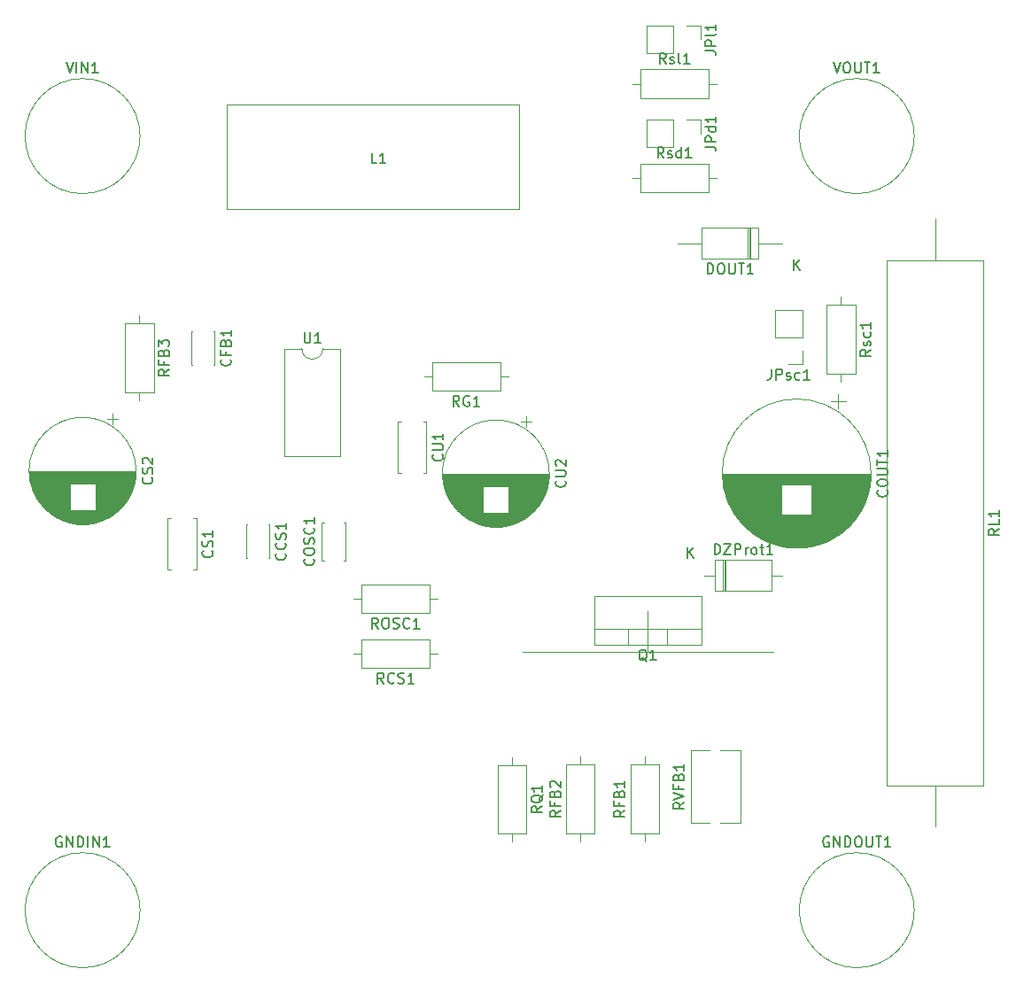
<source format=gbr>
G04 #@! TF.GenerationSoftware,KiCad,Pcbnew,(5.1.2)-1*
G04 #@! TF.CreationDate,2019-06-18T22:03:50-03:00*
G04 #@! TF.ProjectId,Boost,426f6f73-742e-46b6-9963-61645f706362,rev?*
G04 #@! TF.SameCoordinates,Original*
G04 #@! TF.FileFunction,Legend,Top*
G04 #@! TF.FilePolarity,Positive*
%FSLAX46Y46*%
G04 Gerber Fmt 4.6, Leading zero omitted, Abs format (unit mm)*
G04 Created by KiCad (PCBNEW (5.1.2)-1) date 2019-06-18 22:03:50*
%MOMM*%
%LPD*%
G04 APERTURE LIST*
%ADD10C,0.120000*%
%ADD11C,0.150000*%
G04 APERTURE END LIST*
D10*
X155025000Y-92275000D02*
X179025000Y-92275000D01*
X167025000Y-92275000D02*
X155025000Y-92275000D01*
X167025000Y-91775000D02*
X167025000Y-92275000D01*
X167025000Y-88375000D02*
X167025000Y-91775000D01*
X126750000Y-50000000D02*
X126750000Y-40000000D01*
X154750000Y-50000000D02*
X126750000Y-50000000D01*
X154750000Y-40000000D02*
X154750000Y-50000000D01*
X126750000Y-40000000D02*
X154750000Y-40000000D01*
X192500000Y-43000000D02*
G75*
G03X192500000Y-43000000I-5500000J0D01*
G01*
X118500000Y-43000000D02*
G75*
G03X118500000Y-43000000I-5500000J0D01*
G01*
X192500000Y-117000000D02*
G75*
G03X192500000Y-117000000I-5500000J0D01*
G01*
X118500000Y-117000000D02*
G75*
G03X118500000Y-117000000I-5500000J0D01*
G01*
X116375000Y-70020354D02*
X115375000Y-70020354D01*
X115875000Y-69520354D02*
X115875000Y-70520354D01*
X113599000Y-80081000D02*
X112401000Y-80081000D01*
X113862000Y-80041000D02*
X112138000Y-80041000D01*
X114062000Y-80001000D02*
X111938000Y-80001000D01*
X114230000Y-79961000D02*
X111770000Y-79961000D01*
X114378000Y-79921000D02*
X111622000Y-79921000D01*
X114510000Y-79881000D02*
X111490000Y-79881000D01*
X114630000Y-79841000D02*
X111370000Y-79841000D01*
X114742000Y-79801000D02*
X111258000Y-79801000D01*
X114846000Y-79761000D02*
X111154000Y-79761000D01*
X114944000Y-79721000D02*
X111056000Y-79721000D01*
X115037000Y-79681000D02*
X110963000Y-79681000D01*
X115125000Y-79641000D02*
X110875000Y-79641000D01*
X115209000Y-79601000D02*
X110791000Y-79601000D01*
X115289000Y-79561000D02*
X110711000Y-79561000D01*
X115365000Y-79521000D02*
X110635000Y-79521000D01*
X115439000Y-79481000D02*
X110561000Y-79481000D01*
X115510000Y-79441000D02*
X110490000Y-79441000D01*
X115579000Y-79401000D02*
X110421000Y-79401000D01*
X115645000Y-79361000D02*
X110355000Y-79361000D01*
X115709000Y-79321000D02*
X110291000Y-79321000D01*
X115770000Y-79281000D02*
X110230000Y-79281000D01*
X115830000Y-79241000D02*
X110170000Y-79241000D01*
X115889000Y-79201000D02*
X110111000Y-79201000D01*
X115945000Y-79161000D02*
X110055000Y-79161000D01*
X116000000Y-79121000D02*
X110000000Y-79121000D01*
X116054000Y-79081000D02*
X109946000Y-79081000D01*
X116106000Y-79041000D02*
X109894000Y-79041000D01*
X116156000Y-79001000D02*
X109844000Y-79001000D01*
X116206000Y-78961000D02*
X109794000Y-78961000D01*
X116254000Y-78921000D02*
X109746000Y-78921000D01*
X116301000Y-78881000D02*
X109699000Y-78881000D01*
X116347000Y-78841000D02*
X109653000Y-78841000D01*
X116392000Y-78801000D02*
X109608000Y-78801000D01*
X116436000Y-78761000D02*
X109564000Y-78761000D01*
X111759000Y-78721000D02*
X109522000Y-78721000D01*
X116478000Y-78721000D02*
X114241000Y-78721000D01*
X111759000Y-78681000D02*
X109480000Y-78681000D01*
X116520000Y-78681000D02*
X114241000Y-78681000D01*
X111759000Y-78641000D02*
X109439000Y-78641000D01*
X116561000Y-78641000D02*
X114241000Y-78641000D01*
X111759000Y-78601000D02*
X109399000Y-78601000D01*
X116601000Y-78601000D02*
X114241000Y-78601000D01*
X111759000Y-78561000D02*
X109360000Y-78561000D01*
X116640000Y-78561000D02*
X114241000Y-78561000D01*
X111759000Y-78521000D02*
X109321000Y-78521000D01*
X116679000Y-78521000D02*
X114241000Y-78521000D01*
X111759000Y-78481000D02*
X109284000Y-78481000D01*
X116716000Y-78481000D02*
X114241000Y-78481000D01*
X111759000Y-78441000D02*
X109247000Y-78441000D01*
X116753000Y-78441000D02*
X114241000Y-78441000D01*
X111759000Y-78401000D02*
X109211000Y-78401000D01*
X116789000Y-78401000D02*
X114241000Y-78401000D01*
X111759000Y-78361000D02*
X109176000Y-78361000D01*
X116824000Y-78361000D02*
X114241000Y-78361000D01*
X111759000Y-78321000D02*
X109142000Y-78321000D01*
X116858000Y-78321000D02*
X114241000Y-78321000D01*
X111759000Y-78281000D02*
X109108000Y-78281000D01*
X116892000Y-78281000D02*
X114241000Y-78281000D01*
X111759000Y-78241000D02*
X109075000Y-78241000D01*
X116925000Y-78241000D02*
X114241000Y-78241000D01*
X111759000Y-78201000D02*
X109043000Y-78201000D01*
X116957000Y-78201000D02*
X114241000Y-78201000D01*
X111759000Y-78161000D02*
X109011000Y-78161000D01*
X116989000Y-78161000D02*
X114241000Y-78161000D01*
X111759000Y-78121000D02*
X108980000Y-78121000D01*
X117020000Y-78121000D02*
X114241000Y-78121000D01*
X111759000Y-78081000D02*
X108950000Y-78081000D01*
X117050000Y-78081000D02*
X114241000Y-78081000D01*
X111759000Y-78041000D02*
X108920000Y-78041000D01*
X117080000Y-78041000D02*
X114241000Y-78041000D01*
X111759000Y-78001000D02*
X108890000Y-78001000D01*
X117110000Y-78001000D02*
X114241000Y-78001000D01*
X111759000Y-77961000D02*
X108862000Y-77961000D01*
X117138000Y-77961000D02*
X114241000Y-77961000D01*
X111759000Y-77921000D02*
X108834000Y-77921000D01*
X117166000Y-77921000D02*
X114241000Y-77921000D01*
X111759000Y-77881000D02*
X108806000Y-77881000D01*
X117194000Y-77881000D02*
X114241000Y-77881000D01*
X111759000Y-77841000D02*
X108779000Y-77841000D01*
X117221000Y-77841000D02*
X114241000Y-77841000D01*
X111759000Y-77801000D02*
X108753000Y-77801000D01*
X117247000Y-77801000D02*
X114241000Y-77801000D01*
X111759000Y-77761000D02*
X108727000Y-77761000D01*
X117273000Y-77761000D02*
X114241000Y-77761000D01*
X111759000Y-77721000D02*
X108702000Y-77721000D01*
X117298000Y-77721000D02*
X114241000Y-77721000D01*
X111759000Y-77681000D02*
X108677000Y-77681000D01*
X117323000Y-77681000D02*
X114241000Y-77681000D01*
X111759000Y-77641000D02*
X108653000Y-77641000D01*
X117347000Y-77641000D02*
X114241000Y-77641000D01*
X111759000Y-77601000D02*
X108629000Y-77601000D01*
X117371000Y-77601000D02*
X114241000Y-77601000D01*
X111759000Y-77561000D02*
X108605000Y-77561000D01*
X117395000Y-77561000D02*
X114241000Y-77561000D01*
X111759000Y-77521000D02*
X108583000Y-77521000D01*
X117417000Y-77521000D02*
X114241000Y-77521000D01*
X111759000Y-77481000D02*
X108560000Y-77481000D01*
X117440000Y-77481000D02*
X114241000Y-77481000D01*
X111759000Y-77441000D02*
X108538000Y-77441000D01*
X117462000Y-77441000D02*
X114241000Y-77441000D01*
X111759000Y-77401000D02*
X108517000Y-77401000D01*
X117483000Y-77401000D02*
X114241000Y-77401000D01*
X111759000Y-77361000D02*
X108496000Y-77361000D01*
X117504000Y-77361000D02*
X114241000Y-77361000D01*
X111759000Y-77321000D02*
X108475000Y-77321000D01*
X117525000Y-77321000D02*
X114241000Y-77321000D01*
X111759000Y-77281000D02*
X108455000Y-77281000D01*
X117545000Y-77281000D02*
X114241000Y-77281000D01*
X111759000Y-77241000D02*
X108436000Y-77241000D01*
X117564000Y-77241000D02*
X114241000Y-77241000D01*
X111759000Y-77201000D02*
X108416000Y-77201000D01*
X117584000Y-77201000D02*
X114241000Y-77201000D01*
X111759000Y-77161000D02*
X108397000Y-77161000D01*
X117603000Y-77161000D02*
X114241000Y-77161000D01*
X111759000Y-77121000D02*
X108379000Y-77121000D01*
X117621000Y-77121000D02*
X114241000Y-77121000D01*
X111759000Y-77081000D02*
X108361000Y-77081000D01*
X117639000Y-77081000D02*
X114241000Y-77081000D01*
X111759000Y-77041000D02*
X108343000Y-77041000D01*
X117657000Y-77041000D02*
X114241000Y-77041000D01*
X111759000Y-77001000D02*
X108326000Y-77001000D01*
X117674000Y-77001000D02*
X114241000Y-77001000D01*
X111759000Y-76961000D02*
X108310000Y-76961000D01*
X117690000Y-76961000D02*
X114241000Y-76961000D01*
X111759000Y-76921000D02*
X108293000Y-76921000D01*
X117707000Y-76921000D02*
X114241000Y-76921000D01*
X111759000Y-76881000D02*
X108277000Y-76881000D01*
X117723000Y-76881000D02*
X114241000Y-76881000D01*
X111759000Y-76841000D02*
X108262000Y-76841000D01*
X117738000Y-76841000D02*
X114241000Y-76841000D01*
X111759000Y-76801000D02*
X108246000Y-76801000D01*
X117754000Y-76801000D02*
X114241000Y-76801000D01*
X111759000Y-76761000D02*
X108232000Y-76761000D01*
X117768000Y-76761000D02*
X114241000Y-76761000D01*
X111759000Y-76721000D02*
X108217000Y-76721000D01*
X117783000Y-76721000D02*
X114241000Y-76721000D01*
X111759000Y-76681000D02*
X108203000Y-76681000D01*
X117797000Y-76681000D02*
X114241000Y-76681000D01*
X111759000Y-76641000D02*
X108189000Y-76641000D01*
X117811000Y-76641000D02*
X114241000Y-76641000D01*
X111759000Y-76601000D02*
X108176000Y-76601000D01*
X117824000Y-76601000D02*
X114241000Y-76601000D01*
X111759000Y-76561000D02*
X108163000Y-76561000D01*
X117837000Y-76561000D02*
X114241000Y-76561000D01*
X111759000Y-76521000D02*
X108150000Y-76521000D01*
X117850000Y-76521000D02*
X114241000Y-76521000D01*
X111759000Y-76481000D02*
X108138000Y-76481000D01*
X117862000Y-76481000D02*
X114241000Y-76481000D01*
X111759000Y-76441000D02*
X108126000Y-76441000D01*
X117874000Y-76441000D02*
X114241000Y-76441000D01*
X111759000Y-76401000D02*
X108115000Y-76401000D01*
X117885000Y-76401000D02*
X114241000Y-76401000D01*
X111759000Y-76361000D02*
X108103000Y-76361000D01*
X117897000Y-76361000D02*
X114241000Y-76361000D01*
X111759000Y-76321000D02*
X108093000Y-76321000D01*
X117907000Y-76321000D02*
X114241000Y-76321000D01*
X111759000Y-76281000D02*
X108082000Y-76281000D01*
X117918000Y-76281000D02*
X114241000Y-76281000D01*
X117928000Y-76241000D02*
X108072000Y-76241000D01*
X117938000Y-76201000D02*
X108062000Y-76201000D01*
X117947000Y-76161000D02*
X108053000Y-76161000D01*
X117956000Y-76121000D02*
X108044000Y-76121000D01*
X117965000Y-76081000D02*
X108035000Y-76081000D01*
X117974000Y-76041000D02*
X108026000Y-76041000D01*
X117982000Y-76001000D02*
X108018000Y-76001000D01*
X117990000Y-75961000D02*
X108010000Y-75961000D01*
X117997000Y-75921000D02*
X108003000Y-75921000D01*
X118004000Y-75881000D02*
X107996000Y-75881000D01*
X118011000Y-75841000D02*
X107989000Y-75841000D01*
X118018000Y-75801000D02*
X107982000Y-75801000D01*
X118024000Y-75761000D02*
X107976000Y-75761000D01*
X118030000Y-75721000D02*
X107970000Y-75721000D01*
X118035000Y-75680000D02*
X107965000Y-75680000D01*
X118040000Y-75640000D02*
X107960000Y-75640000D01*
X118045000Y-75600000D02*
X107955000Y-75600000D01*
X118050000Y-75560000D02*
X107950000Y-75560000D01*
X118054000Y-75520000D02*
X107946000Y-75520000D01*
X118058000Y-75480000D02*
X107942000Y-75480000D01*
X118062000Y-75440000D02*
X107938000Y-75440000D01*
X118065000Y-75400000D02*
X107935000Y-75400000D01*
X118068000Y-75360000D02*
X107932000Y-75360000D01*
X118070000Y-75320000D02*
X107930000Y-75320000D01*
X118073000Y-75280000D02*
X107927000Y-75280000D01*
X118075000Y-75240000D02*
X107925000Y-75240000D01*
X118077000Y-75200000D02*
X107923000Y-75200000D01*
X118078000Y-75160000D02*
X107922000Y-75160000D01*
X118079000Y-75120000D02*
X107921000Y-75120000D01*
X118080000Y-75080000D02*
X107920000Y-75080000D01*
X118080000Y-75040000D02*
X107920000Y-75040000D01*
X118080000Y-75000000D02*
X107920000Y-75000000D01*
X118120000Y-75000000D02*
G75*
G03X118120000Y-75000000I-5120000J0D01*
G01*
X121445000Y-84470000D02*
X121130000Y-84470000D01*
X123870000Y-84470000D02*
X123555000Y-84470000D01*
X121445000Y-79530000D02*
X121130000Y-79530000D01*
X123870000Y-79530000D02*
X123555000Y-79530000D01*
X121130000Y-79530000D02*
X121130000Y-84470000D01*
X123870000Y-79530000D02*
X123870000Y-84470000D01*
X155875000Y-70270354D02*
X154875000Y-70270354D01*
X155375000Y-69770354D02*
X155375000Y-70770354D01*
X153099000Y-80331000D02*
X151901000Y-80331000D01*
X153362000Y-80291000D02*
X151638000Y-80291000D01*
X153562000Y-80251000D02*
X151438000Y-80251000D01*
X153730000Y-80211000D02*
X151270000Y-80211000D01*
X153878000Y-80171000D02*
X151122000Y-80171000D01*
X154010000Y-80131000D02*
X150990000Y-80131000D01*
X154130000Y-80091000D02*
X150870000Y-80091000D01*
X154242000Y-80051000D02*
X150758000Y-80051000D01*
X154346000Y-80011000D02*
X150654000Y-80011000D01*
X154444000Y-79971000D02*
X150556000Y-79971000D01*
X154537000Y-79931000D02*
X150463000Y-79931000D01*
X154625000Y-79891000D02*
X150375000Y-79891000D01*
X154709000Y-79851000D02*
X150291000Y-79851000D01*
X154789000Y-79811000D02*
X150211000Y-79811000D01*
X154865000Y-79771000D02*
X150135000Y-79771000D01*
X154939000Y-79731000D02*
X150061000Y-79731000D01*
X155010000Y-79691000D02*
X149990000Y-79691000D01*
X155079000Y-79651000D02*
X149921000Y-79651000D01*
X155145000Y-79611000D02*
X149855000Y-79611000D01*
X155209000Y-79571000D02*
X149791000Y-79571000D01*
X155270000Y-79531000D02*
X149730000Y-79531000D01*
X155330000Y-79491000D02*
X149670000Y-79491000D01*
X155389000Y-79451000D02*
X149611000Y-79451000D01*
X155445000Y-79411000D02*
X149555000Y-79411000D01*
X155500000Y-79371000D02*
X149500000Y-79371000D01*
X155554000Y-79331000D02*
X149446000Y-79331000D01*
X155606000Y-79291000D02*
X149394000Y-79291000D01*
X155656000Y-79251000D02*
X149344000Y-79251000D01*
X155706000Y-79211000D02*
X149294000Y-79211000D01*
X155754000Y-79171000D02*
X149246000Y-79171000D01*
X155801000Y-79131000D02*
X149199000Y-79131000D01*
X155847000Y-79091000D02*
X149153000Y-79091000D01*
X155892000Y-79051000D02*
X149108000Y-79051000D01*
X155936000Y-79011000D02*
X149064000Y-79011000D01*
X151259000Y-78971000D02*
X149022000Y-78971000D01*
X155978000Y-78971000D02*
X153741000Y-78971000D01*
X151259000Y-78931000D02*
X148980000Y-78931000D01*
X156020000Y-78931000D02*
X153741000Y-78931000D01*
X151259000Y-78891000D02*
X148939000Y-78891000D01*
X156061000Y-78891000D02*
X153741000Y-78891000D01*
X151259000Y-78851000D02*
X148899000Y-78851000D01*
X156101000Y-78851000D02*
X153741000Y-78851000D01*
X151259000Y-78811000D02*
X148860000Y-78811000D01*
X156140000Y-78811000D02*
X153741000Y-78811000D01*
X151259000Y-78771000D02*
X148821000Y-78771000D01*
X156179000Y-78771000D02*
X153741000Y-78771000D01*
X151259000Y-78731000D02*
X148784000Y-78731000D01*
X156216000Y-78731000D02*
X153741000Y-78731000D01*
X151259000Y-78691000D02*
X148747000Y-78691000D01*
X156253000Y-78691000D02*
X153741000Y-78691000D01*
X151259000Y-78651000D02*
X148711000Y-78651000D01*
X156289000Y-78651000D02*
X153741000Y-78651000D01*
X151259000Y-78611000D02*
X148676000Y-78611000D01*
X156324000Y-78611000D02*
X153741000Y-78611000D01*
X151259000Y-78571000D02*
X148642000Y-78571000D01*
X156358000Y-78571000D02*
X153741000Y-78571000D01*
X151259000Y-78531000D02*
X148608000Y-78531000D01*
X156392000Y-78531000D02*
X153741000Y-78531000D01*
X151259000Y-78491000D02*
X148575000Y-78491000D01*
X156425000Y-78491000D02*
X153741000Y-78491000D01*
X151259000Y-78451000D02*
X148543000Y-78451000D01*
X156457000Y-78451000D02*
X153741000Y-78451000D01*
X151259000Y-78411000D02*
X148511000Y-78411000D01*
X156489000Y-78411000D02*
X153741000Y-78411000D01*
X151259000Y-78371000D02*
X148480000Y-78371000D01*
X156520000Y-78371000D02*
X153741000Y-78371000D01*
X151259000Y-78331000D02*
X148450000Y-78331000D01*
X156550000Y-78331000D02*
X153741000Y-78331000D01*
X151259000Y-78291000D02*
X148420000Y-78291000D01*
X156580000Y-78291000D02*
X153741000Y-78291000D01*
X151259000Y-78251000D02*
X148390000Y-78251000D01*
X156610000Y-78251000D02*
X153741000Y-78251000D01*
X151259000Y-78211000D02*
X148362000Y-78211000D01*
X156638000Y-78211000D02*
X153741000Y-78211000D01*
X151259000Y-78171000D02*
X148334000Y-78171000D01*
X156666000Y-78171000D02*
X153741000Y-78171000D01*
X151259000Y-78131000D02*
X148306000Y-78131000D01*
X156694000Y-78131000D02*
X153741000Y-78131000D01*
X151259000Y-78091000D02*
X148279000Y-78091000D01*
X156721000Y-78091000D02*
X153741000Y-78091000D01*
X151259000Y-78051000D02*
X148253000Y-78051000D01*
X156747000Y-78051000D02*
X153741000Y-78051000D01*
X151259000Y-78011000D02*
X148227000Y-78011000D01*
X156773000Y-78011000D02*
X153741000Y-78011000D01*
X151259000Y-77971000D02*
X148202000Y-77971000D01*
X156798000Y-77971000D02*
X153741000Y-77971000D01*
X151259000Y-77931000D02*
X148177000Y-77931000D01*
X156823000Y-77931000D02*
X153741000Y-77931000D01*
X151259000Y-77891000D02*
X148153000Y-77891000D01*
X156847000Y-77891000D02*
X153741000Y-77891000D01*
X151259000Y-77851000D02*
X148129000Y-77851000D01*
X156871000Y-77851000D02*
X153741000Y-77851000D01*
X151259000Y-77811000D02*
X148105000Y-77811000D01*
X156895000Y-77811000D02*
X153741000Y-77811000D01*
X151259000Y-77771000D02*
X148083000Y-77771000D01*
X156917000Y-77771000D02*
X153741000Y-77771000D01*
X151259000Y-77731000D02*
X148060000Y-77731000D01*
X156940000Y-77731000D02*
X153741000Y-77731000D01*
X151259000Y-77691000D02*
X148038000Y-77691000D01*
X156962000Y-77691000D02*
X153741000Y-77691000D01*
X151259000Y-77651000D02*
X148017000Y-77651000D01*
X156983000Y-77651000D02*
X153741000Y-77651000D01*
X151259000Y-77611000D02*
X147996000Y-77611000D01*
X157004000Y-77611000D02*
X153741000Y-77611000D01*
X151259000Y-77571000D02*
X147975000Y-77571000D01*
X157025000Y-77571000D02*
X153741000Y-77571000D01*
X151259000Y-77531000D02*
X147955000Y-77531000D01*
X157045000Y-77531000D02*
X153741000Y-77531000D01*
X151259000Y-77491000D02*
X147936000Y-77491000D01*
X157064000Y-77491000D02*
X153741000Y-77491000D01*
X151259000Y-77451000D02*
X147916000Y-77451000D01*
X157084000Y-77451000D02*
X153741000Y-77451000D01*
X151259000Y-77411000D02*
X147897000Y-77411000D01*
X157103000Y-77411000D02*
X153741000Y-77411000D01*
X151259000Y-77371000D02*
X147879000Y-77371000D01*
X157121000Y-77371000D02*
X153741000Y-77371000D01*
X151259000Y-77331000D02*
X147861000Y-77331000D01*
X157139000Y-77331000D02*
X153741000Y-77331000D01*
X151259000Y-77291000D02*
X147843000Y-77291000D01*
X157157000Y-77291000D02*
X153741000Y-77291000D01*
X151259000Y-77251000D02*
X147826000Y-77251000D01*
X157174000Y-77251000D02*
X153741000Y-77251000D01*
X151259000Y-77211000D02*
X147810000Y-77211000D01*
X157190000Y-77211000D02*
X153741000Y-77211000D01*
X151259000Y-77171000D02*
X147793000Y-77171000D01*
X157207000Y-77171000D02*
X153741000Y-77171000D01*
X151259000Y-77131000D02*
X147777000Y-77131000D01*
X157223000Y-77131000D02*
X153741000Y-77131000D01*
X151259000Y-77091000D02*
X147762000Y-77091000D01*
X157238000Y-77091000D02*
X153741000Y-77091000D01*
X151259000Y-77051000D02*
X147746000Y-77051000D01*
X157254000Y-77051000D02*
X153741000Y-77051000D01*
X151259000Y-77011000D02*
X147732000Y-77011000D01*
X157268000Y-77011000D02*
X153741000Y-77011000D01*
X151259000Y-76971000D02*
X147717000Y-76971000D01*
X157283000Y-76971000D02*
X153741000Y-76971000D01*
X151259000Y-76931000D02*
X147703000Y-76931000D01*
X157297000Y-76931000D02*
X153741000Y-76931000D01*
X151259000Y-76891000D02*
X147689000Y-76891000D01*
X157311000Y-76891000D02*
X153741000Y-76891000D01*
X151259000Y-76851000D02*
X147676000Y-76851000D01*
X157324000Y-76851000D02*
X153741000Y-76851000D01*
X151259000Y-76811000D02*
X147663000Y-76811000D01*
X157337000Y-76811000D02*
X153741000Y-76811000D01*
X151259000Y-76771000D02*
X147650000Y-76771000D01*
X157350000Y-76771000D02*
X153741000Y-76771000D01*
X151259000Y-76731000D02*
X147638000Y-76731000D01*
X157362000Y-76731000D02*
X153741000Y-76731000D01*
X151259000Y-76691000D02*
X147626000Y-76691000D01*
X157374000Y-76691000D02*
X153741000Y-76691000D01*
X151259000Y-76651000D02*
X147615000Y-76651000D01*
X157385000Y-76651000D02*
X153741000Y-76651000D01*
X151259000Y-76611000D02*
X147603000Y-76611000D01*
X157397000Y-76611000D02*
X153741000Y-76611000D01*
X151259000Y-76571000D02*
X147593000Y-76571000D01*
X157407000Y-76571000D02*
X153741000Y-76571000D01*
X151259000Y-76531000D02*
X147582000Y-76531000D01*
X157418000Y-76531000D02*
X153741000Y-76531000D01*
X157428000Y-76491000D02*
X147572000Y-76491000D01*
X157438000Y-76451000D02*
X147562000Y-76451000D01*
X157447000Y-76411000D02*
X147553000Y-76411000D01*
X157456000Y-76371000D02*
X147544000Y-76371000D01*
X157465000Y-76331000D02*
X147535000Y-76331000D01*
X157474000Y-76291000D02*
X147526000Y-76291000D01*
X157482000Y-76251000D02*
X147518000Y-76251000D01*
X157490000Y-76211000D02*
X147510000Y-76211000D01*
X157497000Y-76171000D02*
X147503000Y-76171000D01*
X157504000Y-76131000D02*
X147496000Y-76131000D01*
X157511000Y-76091000D02*
X147489000Y-76091000D01*
X157518000Y-76051000D02*
X147482000Y-76051000D01*
X157524000Y-76011000D02*
X147476000Y-76011000D01*
X157530000Y-75971000D02*
X147470000Y-75971000D01*
X157535000Y-75930000D02*
X147465000Y-75930000D01*
X157540000Y-75890000D02*
X147460000Y-75890000D01*
X157545000Y-75850000D02*
X147455000Y-75850000D01*
X157550000Y-75810000D02*
X147450000Y-75810000D01*
X157554000Y-75770000D02*
X147446000Y-75770000D01*
X157558000Y-75730000D02*
X147442000Y-75730000D01*
X157562000Y-75690000D02*
X147438000Y-75690000D01*
X157565000Y-75650000D02*
X147435000Y-75650000D01*
X157568000Y-75610000D02*
X147432000Y-75610000D01*
X157570000Y-75570000D02*
X147430000Y-75570000D01*
X157573000Y-75530000D02*
X147427000Y-75530000D01*
X157575000Y-75490000D02*
X147425000Y-75490000D01*
X157577000Y-75450000D02*
X147423000Y-75450000D01*
X157578000Y-75410000D02*
X147422000Y-75410000D01*
X157579000Y-75370000D02*
X147421000Y-75370000D01*
X157580000Y-75330000D02*
X147420000Y-75330000D01*
X157580000Y-75290000D02*
X147420000Y-75290000D01*
X157580000Y-75250000D02*
X147420000Y-75250000D01*
X157620000Y-75250000D02*
G75*
G03X157620000Y-75250000I-5120000J0D01*
G01*
X185945000Y-68330457D02*
X184545000Y-68330457D01*
X185245000Y-67630457D02*
X185245000Y-69030457D01*
X181964000Y-82331000D02*
X180536000Y-82331000D01*
X182275000Y-82291000D02*
X180225000Y-82291000D01*
X182512000Y-82251000D02*
X179988000Y-82251000D01*
X182711000Y-82211000D02*
X179789000Y-82211000D01*
X182886000Y-82171000D02*
X179614000Y-82171000D01*
X183044000Y-82131000D02*
X179456000Y-82131000D01*
X183188000Y-82091000D02*
X179312000Y-82091000D01*
X183321000Y-82051000D02*
X179179000Y-82051000D01*
X183446000Y-82011000D02*
X179054000Y-82011000D01*
X183563000Y-81971000D02*
X178937000Y-81971000D01*
X183675000Y-81931000D02*
X178825000Y-81931000D01*
X183780000Y-81891000D02*
X178720000Y-81891000D01*
X183882000Y-81851000D02*
X178618000Y-81851000D01*
X183978000Y-81811000D02*
X178522000Y-81811000D01*
X184071000Y-81771000D02*
X178429000Y-81771000D01*
X184161000Y-81731000D02*
X178339000Y-81731000D01*
X184247000Y-81691000D02*
X178253000Y-81691000D01*
X184330000Y-81651000D02*
X178170000Y-81651000D01*
X184411000Y-81611000D02*
X178089000Y-81611000D01*
X184490000Y-81571000D02*
X178010000Y-81571000D01*
X184565000Y-81531000D02*
X177935000Y-81531000D01*
X184639000Y-81491000D02*
X177861000Y-81491000D01*
X184711000Y-81451000D02*
X177789000Y-81451000D01*
X184781000Y-81411000D02*
X177719000Y-81411000D01*
X184849000Y-81371000D02*
X177651000Y-81371000D01*
X184916000Y-81331000D02*
X177584000Y-81331000D01*
X184980000Y-81291000D02*
X177520000Y-81291000D01*
X185044000Y-81251000D02*
X177456000Y-81251000D01*
X185106000Y-81211000D02*
X177394000Y-81211000D01*
X185166000Y-81171000D02*
X177334000Y-81171000D01*
X185225000Y-81131000D02*
X177275000Y-81131000D01*
X185283000Y-81091000D02*
X177217000Y-81091000D01*
X185340000Y-81051000D02*
X177160000Y-81051000D01*
X185396000Y-81011000D02*
X177104000Y-81011000D01*
X185450000Y-80971000D02*
X177050000Y-80971000D01*
X185504000Y-80931000D02*
X176996000Y-80931000D01*
X185556000Y-80891000D02*
X176944000Y-80891000D01*
X185608000Y-80851000D02*
X176892000Y-80851000D01*
X185658000Y-80811000D02*
X176842000Y-80811000D01*
X185708000Y-80771000D02*
X176792000Y-80771000D01*
X185756000Y-80731000D02*
X176744000Y-80731000D01*
X185804000Y-80691000D02*
X176696000Y-80691000D01*
X185851000Y-80651000D02*
X176649000Y-80651000D01*
X185897000Y-80611000D02*
X176603000Y-80611000D01*
X185943000Y-80571000D02*
X176557000Y-80571000D01*
X185987000Y-80531000D02*
X176513000Y-80531000D01*
X186031000Y-80491000D02*
X176469000Y-80491000D01*
X186074000Y-80451000D02*
X176426000Y-80451000D01*
X186116000Y-80411000D02*
X176384000Y-80411000D01*
X186158000Y-80371000D02*
X176342000Y-80371000D01*
X186199000Y-80331000D02*
X176301000Y-80331000D01*
X186240000Y-80291000D02*
X176260000Y-80291000D01*
X186279000Y-80251000D02*
X176221000Y-80251000D01*
X186319000Y-80211000D02*
X176181000Y-80211000D01*
X186357000Y-80171000D02*
X176143000Y-80171000D01*
X186395000Y-80131000D02*
X176105000Y-80131000D01*
X186432000Y-80091000D02*
X176068000Y-80091000D01*
X186469000Y-80051000D02*
X176031000Y-80051000D01*
X186505000Y-80011000D02*
X175995000Y-80011000D01*
X186541000Y-79971000D02*
X175959000Y-79971000D01*
X186576000Y-79931000D02*
X175924000Y-79931000D01*
X186611000Y-79891000D02*
X175889000Y-79891000D01*
X186645000Y-79851000D02*
X175855000Y-79851000D01*
X186679000Y-79811000D02*
X175821000Y-79811000D01*
X186712000Y-79771000D02*
X175788000Y-79771000D01*
X186744000Y-79731000D02*
X175756000Y-79731000D01*
X186777000Y-79691000D02*
X175723000Y-79691000D01*
X186808000Y-79651000D02*
X175692000Y-79651000D01*
X186839000Y-79611000D02*
X175661000Y-79611000D01*
X186870000Y-79571000D02*
X175630000Y-79571000D01*
X186900000Y-79531000D02*
X175600000Y-79531000D01*
X186930000Y-79491000D02*
X175570000Y-79491000D01*
X186960000Y-79451000D02*
X175540000Y-79451000D01*
X186989000Y-79411000D02*
X175511000Y-79411000D01*
X187017000Y-79371000D02*
X175483000Y-79371000D01*
X187046000Y-79331000D02*
X175454000Y-79331000D01*
X187073000Y-79291000D02*
X175427000Y-79291000D01*
X187101000Y-79251000D02*
X175399000Y-79251000D01*
X187128000Y-79211000D02*
X175372000Y-79211000D01*
X179810000Y-79171000D02*
X175346000Y-79171000D01*
X187154000Y-79171000D02*
X182690000Y-79171000D01*
X179810000Y-79131000D02*
X175320000Y-79131000D01*
X187180000Y-79131000D02*
X182690000Y-79131000D01*
X179810000Y-79091000D02*
X175294000Y-79091000D01*
X187206000Y-79091000D02*
X182690000Y-79091000D01*
X179810000Y-79051000D02*
X175268000Y-79051000D01*
X187232000Y-79051000D02*
X182690000Y-79051000D01*
X179810000Y-79011000D02*
X175243000Y-79011000D01*
X187257000Y-79011000D02*
X182690000Y-79011000D01*
X179810000Y-78971000D02*
X175219000Y-78971000D01*
X187281000Y-78971000D02*
X182690000Y-78971000D01*
X179810000Y-78931000D02*
X175194000Y-78931000D01*
X187306000Y-78931000D02*
X182690000Y-78931000D01*
X179810000Y-78891000D02*
X175170000Y-78891000D01*
X187330000Y-78891000D02*
X182690000Y-78891000D01*
X179810000Y-78851000D02*
X175147000Y-78851000D01*
X187353000Y-78851000D02*
X182690000Y-78851000D01*
X179810000Y-78811000D02*
X175123000Y-78811000D01*
X187377000Y-78811000D02*
X182690000Y-78811000D01*
X179810000Y-78771000D02*
X175100000Y-78771000D01*
X187400000Y-78771000D02*
X182690000Y-78771000D01*
X179810000Y-78731000D02*
X175078000Y-78731000D01*
X187422000Y-78731000D02*
X182690000Y-78731000D01*
X179810000Y-78691000D02*
X175056000Y-78691000D01*
X187444000Y-78691000D02*
X182690000Y-78691000D01*
X179810000Y-78651000D02*
X175034000Y-78651000D01*
X187466000Y-78651000D02*
X182690000Y-78651000D01*
X179810000Y-78611000D02*
X175012000Y-78611000D01*
X187488000Y-78611000D02*
X182690000Y-78611000D01*
X179810000Y-78571000D02*
X174991000Y-78571000D01*
X187509000Y-78571000D02*
X182690000Y-78571000D01*
X179810000Y-78531000D02*
X174970000Y-78531000D01*
X187530000Y-78531000D02*
X182690000Y-78531000D01*
X179810000Y-78491000D02*
X174949000Y-78491000D01*
X187551000Y-78491000D02*
X182690000Y-78491000D01*
X179810000Y-78451000D02*
X174929000Y-78451000D01*
X187571000Y-78451000D02*
X182690000Y-78451000D01*
X179810000Y-78411000D02*
X174909000Y-78411000D01*
X187591000Y-78411000D02*
X182690000Y-78411000D01*
X179810000Y-78371000D02*
X174890000Y-78371000D01*
X187610000Y-78371000D02*
X182690000Y-78371000D01*
X179810000Y-78331000D02*
X174870000Y-78331000D01*
X187630000Y-78331000D02*
X182690000Y-78331000D01*
X179810000Y-78291000D02*
X174851000Y-78291000D01*
X187649000Y-78291000D02*
X182690000Y-78291000D01*
X179810000Y-78251000D02*
X174832000Y-78251000D01*
X187668000Y-78251000D02*
X182690000Y-78251000D01*
X179810000Y-78211000D02*
X174814000Y-78211000D01*
X187686000Y-78211000D02*
X182690000Y-78211000D01*
X179810000Y-78171000D02*
X174796000Y-78171000D01*
X187704000Y-78171000D02*
X182690000Y-78171000D01*
X179810000Y-78131000D02*
X174778000Y-78131000D01*
X187722000Y-78131000D02*
X182690000Y-78131000D01*
X179810000Y-78091000D02*
X174760000Y-78091000D01*
X187740000Y-78091000D02*
X182690000Y-78091000D01*
X179810000Y-78051000D02*
X174743000Y-78051000D01*
X187757000Y-78051000D02*
X182690000Y-78051000D01*
X179810000Y-78011000D02*
X174726000Y-78011000D01*
X187774000Y-78011000D02*
X182690000Y-78011000D01*
X179810000Y-77971000D02*
X174710000Y-77971000D01*
X187790000Y-77971000D02*
X182690000Y-77971000D01*
X179810000Y-77931000D02*
X174693000Y-77931000D01*
X187807000Y-77931000D02*
X182690000Y-77931000D01*
X179810000Y-77891000D02*
X174677000Y-77891000D01*
X187823000Y-77891000D02*
X182690000Y-77891000D01*
X179810000Y-77851000D02*
X174661000Y-77851000D01*
X187839000Y-77851000D02*
X182690000Y-77851000D01*
X179810000Y-77811000D02*
X174646000Y-77811000D01*
X187854000Y-77811000D02*
X182690000Y-77811000D01*
X179810000Y-77771000D02*
X174630000Y-77771000D01*
X187870000Y-77771000D02*
X182690000Y-77771000D01*
X179810000Y-77731000D02*
X174615000Y-77731000D01*
X187885000Y-77731000D02*
X182690000Y-77731000D01*
X179810000Y-77691000D02*
X174601000Y-77691000D01*
X187899000Y-77691000D02*
X182690000Y-77691000D01*
X179810000Y-77651000D02*
X174586000Y-77651000D01*
X187914000Y-77651000D02*
X182690000Y-77651000D01*
X179810000Y-77611000D02*
X174572000Y-77611000D01*
X187928000Y-77611000D02*
X182690000Y-77611000D01*
X179810000Y-77571000D02*
X174558000Y-77571000D01*
X187942000Y-77571000D02*
X182690000Y-77571000D01*
X179810000Y-77531000D02*
X174544000Y-77531000D01*
X187956000Y-77531000D02*
X182690000Y-77531000D01*
X179810000Y-77491000D02*
X174531000Y-77491000D01*
X187969000Y-77491000D02*
X182690000Y-77491000D01*
X179810000Y-77451000D02*
X174518000Y-77451000D01*
X187982000Y-77451000D02*
X182690000Y-77451000D01*
X179810000Y-77411000D02*
X174505000Y-77411000D01*
X187995000Y-77411000D02*
X182690000Y-77411000D01*
X179810000Y-77371000D02*
X174492000Y-77371000D01*
X188008000Y-77371000D02*
X182690000Y-77371000D01*
X179810000Y-77331000D02*
X174480000Y-77331000D01*
X188020000Y-77331000D02*
X182690000Y-77331000D01*
X179810000Y-77291000D02*
X174468000Y-77291000D01*
X188032000Y-77291000D02*
X182690000Y-77291000D01*
X179810000Y-77251000D02*
X174456000Y-77251000D01*
X188044000Y-77251000D02*
X182690000Y-77251000D01*
X179810000Y-77211000D02*
X174445000Y-77211000D01*
X188055000Y-77211000D02*
X182690000Y-77211000D01*
X179810000Y-77171000D02*
X174433000Y-77171000D01*
X188067000Y-77171000D02*
X182690000Y-77171000D01*
X179810000Y-77131000D02*
X174422000Y-77131000D01*
X188078000Y-77131000D02*
X182690000Y-77131000D01*
X179810000Y-77091000D02*
X174411000Y-77091000D01*
X188089000Y-77091000D02*
X182690000Y-77091000D01*
X179810000Y-77051000D02*
X174401000Y-77051000D01*
X188099000Y-77051000D02*
X182690000Y-77051000D01*
X179810000Y-77011000D02*
X174390000Y-77011000D01*
X188110000Y-77011000D02*
X182690000Y-77011000D01*
X179810000Y-76971000D02*
X174380000Y-76971000D01*
X188120000Y-76971000D02*
X182690000Y-76971000D01*
X179810000Y-76931000D02*
X174371000Y-76931000D01*
X188129000Y-76931000D02*
X182690000Y-76931000D01*
X179810000Y-76891000D02*
X174361000Y-76891000D01*
X188139000Y-76891000D02*
X182690000Y-76891000D01*
X179810000Y-76851000D02*
X174352000Y-76851000D01*
X188148000Y-76851000D02*
X182690000Y-76851000D01*
X179810000Y-76811000D02*
X174343000Y-76811000D01*
X188157000Y-76811000D02*
X182690000Y-76811000D01*
X179810000Y-76771000D02*
X174334000Y-76771000D01*
X188166000Y-76771000D02*
X182690000Y-76771000D01*
X179810000Y-76731000D02*
X174325000Y-76731000D01*
X188175000Y-76731000D02*
X182690000Y-76731000D01*
X179810000Y-76691000D02*
X174317000Y-76691000D01*
X188183000Y-76691000D02*
X182690000Y-76691000D01*
X179810000Y-76651000D02*
X174308000Y-76651000D01*
X188192000Y-76651000D02*
X182690000Y-76651000D01*
X179810000Y-76611000D02*
X174301000Y-76611000D01*
X188199000Y-76611000D02*
X182690000Y-76611000D01*
X179810000Y-76571000D02*
X174293000Y-76571000D01*
X188207000Y-76571000D02*
X182690000Y-76571000D01*
X179810000Y-76531000D02*
X174286000Y-76531000D01*
X188214000Y-76531000D02*
X182690000Y-76531000D01*
X179810000Y-76491000D02*
X174278000Y-76491000D01*
X188222000Y-76491000D02*
X182690000Y-76491000D01*
X179810000Y-76451000D02*
X174271000Y-76451000D01*
X188229000Y-76451000D02*
X182690000Y-76451000D01*
X179810000Y-76411000D02*
X174265000Y-76411000D01*
X188235000Y-76411000D02*
X182690000Y-76411000D01*
X179810000Y-76371000D02*
X174258000Y-76371000D01*
X188242000Y-76371000D02*
X182690000Y-76371000D01*
X179810000Y-76331000D02*
X174252000Y-76331000D01*
X188248000Y-76331000D02*
X182690000Y-76331000D01*
X188254000Y-76291000D02*
X174246000Y-76291000D01*
X188260000Y-76251000D02*
X174240000Y-76251000D01*
X188265000Y-76211000D02*
X174235000Y-76211000D01*
X188271000Y-76171000D02*
X174229000Y-76171000D01*
X188276000Y-76131000D02*
X174224000Y-76131000D01*
X188281000Y-76091000D02*
X174219000Y-76091000D01*
X188285000Y-76051000D02*
X174215000Y-76051000D01*
X188290000Y-76011000D02*
X174210000Y-76011000D01*
X188294000Y-75971000D02*
X174206000Y-75971000D01*
X188298000Y-75930000D02*
X174202000Y-75930000D01*
X188302000Y-75890000D02*
X174198000Y-75890000D01*
X188305000Y-75850000D02*
X174195000Y-75850000D01*
X188308000Y-75810000D02*
X174192000Y-75810000D01*
X188311000Y-75770000D02*
X174189000Y-75770000D01*
X188314000Y-75730000D02*
X174186000Y-75730000D01*
X188317000Y-75690000D02*
X174183000Y-75690000D01*
X188319000Y-75650000D02*
X174181000Y-75650000D01*
X188321000Y-75610000D02*
X174179000Y-75610000D01*
X188323000Y-75570000D02*
X174177000Y-75570000D01*
X188325000Y-75530000D02*
X174175000Y-75530000D01*
X188326000Y-75490000D02*
X174174000Y-75490000D01*
X188328000Y-75450000D02*
X174172000Y-75450000D01*
X188329000Y-75410000D02*
X174171000Y-75410000D01*
X188329000Y-75370000D02*
X174171000Y-75370000D01*
X188330000Y-75330000D02*
X174170000Y-75330000D01*
X188330000Y-75290000D02*
X174170000Y-75290000D01*
X188330000Y-75250000D02*
X174170000Y-75250000D01*
X188370000Y-75250000D02*
G75*
G03X188370000Y-75250000I-7120000J0D01*
G01*
X173620000Y-38000000D02*
X172850000Y-38000000D01*
X165540000Y-38000000D02*
X166310000Y-38000000D01*
X172850000Y-36630000D02*
X166310000Y-36630000D01*
X172850000Y-39370000D02*
X172850000Y-36630000D01*
X166310000Y-39370000D02*
X172850000Y-39370000D01*
X166310000Y-36630000D02*
X166310000Y-39370000D01*
X173620000Y-47000000D02*
X172850000Y-47000000D01*
X165540000Y-47000000D02*
X166310000Y-47000000D01*
X172850000Y-45630000D02*
X166310000Y-45630000D01*
X172850000Y-48370000D02*
X172850000Y-45630000D01*
X166310000Y-48370000D02*
X172850000Y-48370000D01*
X166310000Y-45630000D02*
X166310000Y-48370000D01*
X185500000Y-66460000D02*
X185500000Y-65690000D01*
X185500000Y-58380000D02*
X185500000Y-59150000D01*
X186870000Y-65690000D02*
X186870000Y-59150000D01*
X184130000Y-65690000D02*
X186870000Y-65690000D01*
X184130000Y-59150000D02*
X184130000Y-65690000D01*
X186870000Y-59150000D02*
X184130000Y-59150000D01*
X154061280Y-110419900D02*
X154061280Y-109649900D01*
X154061280Y-102339900D02*
X154061280Y-103109900D01*
X155431280Y-109649900D02*
X155431280Y-103109900D01*
X152691280Y-109649900D02*
X155431280Y-109649900D01*
X152691280Y-103109900D02*
X152691280Y-109649900D01*
X155431280Y-103109900D02*
X152691280Y-103109900D01*
X138880000Y-87250000D02*
X139650000Y-87250000D01*
X146960000Y-87250000D02*
X146190000Y-87250000D01*
X139650000Y-88620000D02*
X146190000Y-88620000D01*
X139650000Y-85880000D02*
X139650000Y-88620000D01*
X146190000Y-85880000D02*
X139650000Y-85880000D01*
X146190000Y-88620000D02*
X146190000Y-85880000D01*
X194500000Y-109020000D02*
X194500000Y-105100000D01*
X194500000Y-50940000D02*
X194500000Y-54860000D01*
X199120000Y-105100000D02*
X199120000Y-54860000D01*
X189880000Y-105100000D02*
X199120000Y-105100000D01*
X189880000Y-54860000D02*
X189880000Y-105100000D01*
X199120000Y-54860000D02*
X189880000Y-54860000D01*
X145630000Y-66000000D02*
X146400000Y-66000000D01*
X153710000Y-66000000D02*
X152940000Y-66000000D01*
X146400000Y-67370000D02*
X152940000Y-67370000D01*
X146400000Y-64630000D02*
X146400000Y-67370000D01*
X152940000Y-64630000D02*
X146400000Y-64630000D01*
X152940000Y-67370000D02*
X152940000Y-64630000D01*
X118434480Y-68244300D02*
X118434480Y-67474300D01*
X118434480Y-60164300D02*
X118434480Y-60934300D01*
X119804480Y-67474300D02*
X119804480Y-60934300D01*
X117064480Y-67474300D02*
X119804480Y-67474300D01*
X117064480Y-60934300D02*
X117064480Y-67474300D01*
X119804480Y-60934300D02*
X117064480Y-60934300D01*
X160586540Y-102329740D02*
X160586540Y-103099740D01*
X160586540Y-110409740D02*
X160586540Y-109639740D01*
X159216540Y-103099740D02*
X159216540Y-109639740D01*
X161956540Y-103099740D02*
X159216540Y-103099740D01*
X161956540Y-109639740D02*
X161956540Y-103099740D01*
X159216540Y-109639740D02*
X161956540Y-109639740D01*
X166733340Y-102329740D02*
X166733340Y-103099740D01*
X166733340Y-110409740D02*
X166733340Y-109639740D01*
X165363340Y-103099740D02*
X165363340Y-109639740D01*
X168103340Y-103099740D02*
X165363340Y-103099740D01*
X168103340Y-109639740D02*
X168103340Y-103099740D01*
X165363340Y-109639740D02*
X168103340Y-109639740D01*
X138880000Y-92500000D02*
X139650000Y-92500000D01*
X146960000Y-92500000D02*
X146190000Y-92500000D01*
X139650000Y-93870000D02*
X146190000Y-93870000D01*
X139650000Y-91130000D02*
X139650000Y-93870000D01*
X146190000Y-91130000D02*
X139650000Y-91130000D01*
X146190000Y-93870000D02*
X146190000Y-91130000D01*
X181830000Y-64830000D02*
X180500000Y-64830000D01*
X181830000Y-63500000D02*
X181830000Y-64830000D01*
X181830000Y-62230000D02*
X179170000Y-62230000D01*
X179170000Y-62230000D02*
X179170000Y-59630000D01*
X181830000Y-62230000D02*
X181830000Y-59630000D01*
X181830000Y-59630000D02*
X179170000Y-59630000D01*
X172080000Y-32420000D02*
X172080000Y-33750000D01*
X170750000Y-32420000D02*
X172080000Y-32420000D01*
X169480000Y-32420000D02*
X169480000Y-35080000D01*
X169480000Y-35080000D02*
X166880000Y-35080000D01*
X169480000Y-32420000D02*
X166880000Y-32420000D01*
X166880000Y-32420000D02*
X166880000Y-35080000D01*
X172080000Y-41420000D02*
X172080000Y-42750000D01*
X170750000Y-41420000D02*
X172080000Y-41420000D01*
X169480000Y-41420000D02*
X169480000Y-44080000D01*
X169480000Y-44080000D02*
X166880000Y-44080000D01*
X169480000Y-41420000D02*
X166880000Y-41420000D01*
X166880000Y-41420000D02*
X166880000Y-44080000D01*
X176840000Y-54720000D02*
X176840000Y-51780000D01*
X176600000Y-54720000D02*
X176600000Y-51780000D01*
X176720000Y-54720000D02*
X176720000Y-51780000D01*
X169890000Y-53250000D02*
X172180000Y-53250000D01*
X179910000Y-53250000D02*
X177620000Y-53250000D01*
X172180000Y-54720000D02*
X177620000Y-54720000D01*
X172180000Y-51780000D02*
X172180000Y-54720000D01*
X177620000Y-51780000D02*
X172180000Y-51780000D01*
X177620000Y-54720000D02*
X177620000Y-51780000D01*
X143445000Y-75220000D02*
X143130000Y-75220000D01*
X145870000Y-75220000D02*
X145555000Y-75220000D01*
X143445000Y-70280000D02*
X143130000Y-70280000D01*
X145870000Y-70280000D02*
X145555000Y-70280000D01*
X143130000Y-70280000D02*
X143130000Y-75220000D01*
X145870000Y-70280000D02*
X145870000Y-75220000D01*
X137925000Y-79930000D02*
X138170000Y-79930000D01*
X135830000Y-79930000D02*
X136075000Y-79930000D01*
X137925000Y-83570000D02*
X138170000Y-83570000D01*
X135830000Y-83570000D02*
X136075000Y-83570000D01*
X138170000Y-83570000D02*
X138170000Y-79930000D01*
X135830000Y-83570000D02*
X135830000Y-79930000D01*
X173937480Y-101711100D02*
X175901480Y-101711100D01*
X171161480Y-101711100D02*
X172947480Y-101711100D01*
X173937480Y-108661100D02*
X175901480Y-108661100D01*
X171161480Y-108661100D02*
X172947480Y-108661100D01*
X175901480Y-108661100D02*
X175901480Y-101711100D01*
X171161480Y-108661100D02*
X171161480Y-101711100D01*
X165175080Y-91647900D02*
X165175080Y-90137900D01*
X168876080Y-91647900D02*
X168876080Y-90137900D01*
X172146080Y-90137900D02*
X161906080Y-90137900D01*
X161906080Y-91647900D02*
X161906080Y-87006900D01*
X172146080Y-91647900D02*
X172146080Y-87006900D01*
X172146080Y-87006900D02*
X161906080Y-87006900D01*
X172146080Y-91647900D02*
X161906080Y-91647900D01*
X174230000Y-83530000D02*
X174230000Y-86470000D01*
X174470000Y-83530000D02*
X174470000Y-86470000D01*
X174350000Y-83530000D02*
X174350000Y-86470000D01*
X179910000Y-85000000D02*
X178890000Y-85000000D01*
X172430000Y-85000000D02*
X173450000Y-85000000D01*
X178890000Y-83530000D02*
X173450000Y-83530000D01*
X178890000Y-86470000D02*
X178890000Y-83530000D01*
X173450000Y-86470000D02*
X178890000Y-86470000D01*
X173450000Y-83530000D02*
X173450000Y-86470000D01*
X123445000Y-64870000D02*
X123380000Y-64870000D01*
X125620000Y-64870000D02*
X125555000Y-64870000D01*
X123445000Y-61630000D02*
X123380000Y-61630000D01*
X125620000Y-61630000D02*
X125555000Y-61630000D01*
X123380000Y-61630000D02*
X123380000Y-64870000D01*
X125620000Y-61630000D02*
X125620000Y-64870000D01*
X128695000Y-83370000D02*
X128630000Y-83370000D01*
X130870000Y-83370000D02*
X130805000Y-83370000D01*
X128695000Y-80130000D02*
X128630000Y-80130000D01*
X130870000Y-80130000D02*
X130805000Y-80130000D01*
X128630000Y-80130000D02*
X128630000Y-83370000D01*
X130870000Y-80130000D02*
X130870000Y-83370000D01*
X137610480Y-63319700D02*
X135960480Y-63319700D01*
X137610480Y-73599700D02*
X137610480Y-63319700D01*
X132310480Y-73599700D02*
X137610480Y-73599700D01*
X132310480Y-63319700D02*
X132310480Y-73599700D01*
X133960480Y-63319700D02*
X132310480Y-63319700D01*
X135960480Y-63319700D02*
G75*
G02X133960480Y-63319700I-1000000J0D01*
G01*
D11*
X141123333Y-45602380D02*
X140647142Y-45602380D01*
X140647142Y-44602380D01*
X141980476Y-45602380D02*
X141409047Y-45602380D01*
X141694761Y-45602380D02*
X141694761Y-44602380D01*
X141599523Y-44745238D01*
X141504285Y-44840476D01*
X141409047Y-44888095D01*
X184761904Y-35952380D02*
X185095238Y-36952380D01*
X185428571Y-35952380D01*
X185952380Y-35952380D02*
X186142857Y-35952380D01*
X186238095Y-36000000D01*
X186333333Y-36095238D01*
X186380952Y-36285714D01*
X186380952Y-36619047D01*
X186333333Y-36809523D01*
X186238095Y-36904761D01*
X186142857Y-36952380D01*
X185952380Y-36952380D01*
X185857142Y-36904761D01*
X185761904Y-36809523D01*
X185714285Y-36619047D01*
X185714285Y-36285714D01*
X185761904Y-36095238D01*
X185857142Y-36000000D01*
X185952380Y-35952380D01*
X186809523Y-35952380D02*
X186809523Y-36761904D01*
X186857142Y-36857142D01*
X186904761Y-36904761D01*
X187000000Y-36952380D01*
X187190476Y-36952380D01*
X187285714Y-36904761D01*
X187333333Y-36857142D01*
X187380952Y-36761904D01*
X187380952Y-35952380D01*
X187714285Y-35952380D02*
X188285714Y-35952380D01*
X188000000Y-36952380D02*
X188000000Y-35952380D01*
X189142857Y-36952380D02*
X188571428Y-36952380D01*
X188857142Y-36952380D02*
X188857142Y-35952380D01*
X188761904Y-36095238D01*
X188666666Y-36190476D01*
X188571428Y-36238095D01*
X111428571Y-35952380D02*
X111761904Y-36952380D01*
X112095238Y-35952380D01*
X112428571Y-36952380D02*
X112428571Y-35952380D01*
X112904761Y-36952380D02*
X112904761Y-35952380D01*
X113476190Y-36952380D01*
X113476190Y-35952380D01*
X114476190Y-36952380D02*
X113904761Y-36952380D01*
X114190476Y-36952380D02*
X114190476Y-35952380D01*
X114095238Y-36095238D01*
X114000000Y-36190476D01*
X113904761Y-36238095D01*
X184333333Y-110000000D02*
X184238095Y-109952380D01*
X184095238Y-109952380D01*
X183952380Y-110000000D01*
X183857142Y-110095238D01*
X183809523Y-110190476D01*
X183761904Y-110380952D01*
X183761904Y-110523809D01*
X183809523Y-110714285D01*
X183857142Y-110809523D01*
X183952380Y-110904761D01*
X184095238Y-110952380D01*
X184190476Y-110952380D01*
X184333333Y-110904761D01*
X184380952Y-110857142D01*
X184380952Y-110523809D01*
X184190476Y-110523809D01*
X184809523Y-110952380D02*
X184809523Y-109952380D01*
X185380952Y-110952380D01*
X185380952Y-109952380D01*
X185857142Y-110952380D02*
X185857142Y-109952380D01*
X186095238Y-109952380D01*
X186238095Y-110000000D01*
X186333333Y-110095238D01*
X186380952Y-110190476D01*
X186428571Y-110380952D01*
X186428571Y-110523809D01*
X186380952Y-110714285D01*
X186333333Y-110809523D01*
X186238095Y-110904761D01*
X186095238Y-110952380D01*
X185857142Y-110952380D01*
X187047619Y-109952380D02*
X187238095Y-109952380D01*
X187333333Y-110000000D01*
X187428571Y-110095238D01*
X187476190Y-110285714D01*
X187476190Y-110619047D01*
X187428571Y-110809523D01*
X187333333Y-110904761D01*
X187238095Y-110952380D01*
X187047619Y-110952380D01*
X186952380Y-110904761D01*
X186857142Y-110809523D01*
X186809523Y-110619047D01*
X186809523Y-110285714D01*
X186857142Y-110095238D01*
X186952380Y-110000000D01*
X187047619Y-109952380D01*
X187904761Y-109952380D02*
X187904761Y-110761904D01*
X187952380Y-110857142D01*
X188000000Y-110904761D01*
X188095238Y-110952380D01*
X188285714Y-110952380D01*
X188380952Y-110904761D01*
X188428571Y-110857142D01*
X188476190Y-110761904D01*
X188476190Y-109952380D01*
X188809523Y-109952380D02*
X189380952Y-109952380D01*
X189095238Y-110952380D02*
X189095238Y-109952380D01*
X190238095Y-110952380D02*
X189666666Y-110952380D01*
X189952380Y-110952380D02*
X189952380Y-109952380D01*
X189857142Y-110095238D01*
X189761904Y-110190476D01*
X189666666Y-110238095D01*
X111000000Y-110000000D02*
X110904761Y-109952380D01*
X110761904Y-109952380D01*
X110619047Y-110000000D01*
X110523809Y-110095238D01*
X110476190Y-110190476D01*
X110428571Y-110380952D01*
X110428571Y-110523809D01*
X110476190Y-110714285D01*
X110523809Y-110809523D01*
X110619047Y-110904761D01*
X110761904Y-110952380D01*
X110857142Y-110952380D01*
X111000000Y-110904761D01*
X111047619Y-110857142D01*
X111047619Y-110523809D01*
X110857142Y-110523809D01*
X111476190Y-110952380D02*
X111476190Y-109952380D01*
X112047619Y-110952380D01*
X112047619Y-109952380D01*
X112523809Y-110952380D02*
X112523809Y-109952380D01*
X112761904Y-109952380D01*
X112904761Y-110000000D01*
X113000000Y-110095238D01*
X113047619Y-110190476D01*
X113095238Y-110380952D01*
X113095238Y-110523809D01*
X113047619Y-110714285D01*
X113000000Y-110809523D01*
X112904761Y-110904761D01*
X112761904Y-110952380D01*
X112523809Y-110952380D01*
X113523809Y-110952380D02*
X113523809Y-109952380D01*
X114000000Y-110952380D02*
X114000000Y-109952380D01*
X114571428Y-110952380D01*
X114571428Y-109952380D01*
X115571428Y-110952380D02*
X115000000Y-110952380D01*
X115285714Y-110952380D02*
X115285714Y-109952380D01*
X115190476Y-110095238D01*
X115095238Y-110190476D01*
X115000000Y-110238095D01*
X119607142Y-75642857D02*
X119654761Y-75690476D01*
X119702380Y-75833333D01*
X119702380Y-75928571D01*
X119654761Y-76071428D01*
X119559523Y-76166666D01*
X119464285Y-76214285D01*
X119273809Y-76261904D01*
X119130952Y-76261904D01*
X118940476Y-76214285D01*
X118845238Y-76166666D01*
X118750000Y-76071428D01*
X118702380Y-75928571D01*
X118702380Y-75833333D01*
X118750000Y-75690476D01*
X118797619Y-75642857D01*
X119654761Y-75261904D02*
X119702380Y-75119047D01*
X119702380Y-74880952D01*
X119654761Y-74785714D01*
X119607142Y-74738095D01*
X119511904Y-74690476D01*
X119416666Y-74690476D01*
X119321428Y-74738095D01*
X119273809Y-74785714D01*
X119226190Y-74880952D01*
X119178571Y-75071428D01*
X119130952Y-75166666D01*
X119083333Y-75214285D01*
X118988095Y-75261904D01*
X118892857Y-75261904D01*
X118797619Y-75214285D01*
X118750000Y-75166666D01*
X118702380Y-75071428D01*
X118702380Y-74833333D01*
X118750000Y-74690476D01*
X118797619Y-74309523D02*
X118750000Y-74261904D01*
X118702380Y-74166666D01*
X118702380Y-73928571D01*
X118750000Y-73833333D01*
X118797619Y-73785714D01*
X118892857Y-73738095D01*
X118988095Y-73738095D01*
X119130952Y-73785714D01*
X119702380Y-74357142D01*
X119702380Y-73738095D01*
X125357142Y-82642857D02*
X125404761Y-82690476D01*
X125452380Y-82833333D01*
X125452380Y-82928571D01*
X125404761Y-83071428D01*
X125309523Y-83166666D01*
X125214285Y-83214285D01*
X125023809Y-83261904D01*
X124880952Y-83261904D01*
X124690476Y-83214285D01*
X124595238Y-83166666D01*
X124500000Y-83071428D01*
X124452380Y-82928571D01*
X124452380Y-82833333D01*
X124500000Y-82690476D01*
X124547619Y-82642857D01*
X125404761Y-82261904D02*
X125452380Y-82119047D01*
X125452380Y-81880952D01*
X125404761Y-81785714D01*
X125357142Y-81738095D01*
X125261904Y-81690476D01*
X125166666Y-81690476D01*
X125071428Y-81738095D01*
X125023809Y-81785714D01*
X124976190Y-81880952D01*
X124928571Y-82071428D01*
X124880952Y-82166666D01*
X124833333Y-82214285D01*
X124738095Y-82261904D01*
X124642857Y-82261904D01*
X124547619Y-82214285D01*
X124500000Y-82166666D01*
X124452380Y-82071428D01*
X124452380Y-81833333D01*
X124500000Y-81690476D01*
X125452380Y-80738095D02*
X125452380Y-81309523D01*
X125452380Y-81023809D02*
X124452380Y-81023809D01*
X124595238Y-81119047D01*
X124690476Y-81214285D01*
X124738095Y-81309523D01*
X159107142Y-75940476D02*
X159154761Y-75988095D01*
X159202380Y-76130952D01*
X159202380Y-76226190D01*
X159154761Y-76369047D01*
X159059523Y-76464285D01*
X158964285Y-76511904D01*
X158773809Y-76559523D01*
X158630952Y-76559523D01*
X158440476Y-76511904D01*
X158345238Y-76464285D01*
X158250000Y-76369047D01*
X158202380Y-76226190D01*
X158202380Y-76130952D01*
X158250000Y-75988095D01*
X158297619Y-75940476D01*
X158202380Y-75511904D02*
X159011904Y-75511904D01*
X159107142Y-75464285D01*
X159154761Y-75416666D01*
X159202380Y-75321428D01*
X159202380Y-75130952D01*
X159154761Y-75035714D01*
X159107142Y-74988095D01*
X159011904Y-74940476D01*
X158202380Y-74940476D01*
X158297619Y-74511904D02*
X158250000Y-74464285D01*
X158202380Y-74369047D01*
X158202380Y-74130952D01*
X158250000Y-74035714D01*
X158297619Y-73988095D01*
X158392857Y-73940476D01*
X158488095Y-73940476D01*
X158630952Y-73988095D01*
X159202380Y-74559523D01*
X159202380Y-73940476D01*
X189857142Y-76845238D02*
X189904761Y-76892857D01*
X189952380Y-77035714D01*
X189952380Y-77130952D01*
X189904761Y-77273809D01*
X189809523Y-77369047D01*
X189714285Y-77416666D01*
X189523809Y-77464285D01*
X189380952Y-77464285D01*
X189190476Y-77416666D01*
X189095238Y-77369047D01*
X189000000Y-77273809D01*
X188952380Y-77130952D01*
X188952380Y-77035714D01*
X189000000Y-76892857D01*
X189047619Y-76845238D01*
X188952380Y-76226190D02*
X188952380Y-76035714D01*
X189000000Y-75940476D01*
X189095238Y-75845238D01*
X189285714Y-75797619D01*
X189619047Y-75797619D01*
X189809523Y-75845238D01*
X189904761Y-75940476D01*
X189952380Y-76035714D01*
X189952380Y-76226190D01*
X189904761Y-76321428D01*
X189809523Y-76416666D01*
X189619047Y-76464285D01*
X189285714Y-76464285D01*
X189095238Y-76416666D01*
X189000000Y-76321428D01*
X188952380Y-76226190D01*
X188952380Y-75369047D02*
X189761904Y-75369047D01*
X189857142Y-75321428D01*
X189904761Y-75273809D01*
X189952380Y-75178571D01*
X189952380Y-74988095D01*
X189904761Y-74892857D01*
X189857142Y-74845238D01*
X189761904Y-74797619D01*
X188952380Y-74797619D01*
X188952380Y-74464285D02*
X188952380Y-73892857D01*
X189952380Y-74178571D02*
X188952380Y-74178571D01*
X189952380Y-73035714D02*
X189952380Y-73607142D01*
X189952380Y-73321428D02*
X188952380Y-73321428D01*
X189095238Y-73416666D01*
X189190476Y-73511904D01*
X189238095Y-73607142D01*
X168746666Y-36082380D02*
X168413333Y-35606190D01*
X168175238Y-36082380D02*
X168175238Y-35082380D01*
X168556190Y-35082380D01*
X168651428Y-35130000D01*
X168699047Y-35177619D01*
X168746666Y-35272857D01*
X168746666Y-35415714D01*
X168699047Y-35510952D01*
X168651428Y-35558571D01*
X168556190Y-35606190D01*
X168175238Y-35606190D01*
X169127619Y-36034761D02*
X169222857Y-36082380D01*
X169413333Y-36082380D01*
X169508571Y-36034761D01*
X169556190Y-35939523D01*
X169556190Y-35891904D01*
X169508571Y-35796666D01*
X169413333Y-35749047D01*
X169270476Y-35749047D01*
X169175238Y-35701428D01*
X169127619Y-35606190D01*
X169127619Y-35558571D01*
X169175238Y-35463333D01*
X169270476Y-35415714D01*
X169413333Y-35415714D01*
X169508571Y-35463333D01*
X170127619Y-36082380D02*
X170032380Y-36034761D01*
X169984761Y-35939523D01*
X169984761Y-35082380D01*
X171032380Y-36082380D02*
X170460952Y-36082380D01*
X170746666Y-36082380D02*
X170746666Y-35082380D01*
X170651428Y-35225238D01*
X170556190Y-35320476D01*
X170460952Y-35368095D01*
X168556190Y-45082380D02*
X168222857Y-44606190D01*
X167984761Y-45082380D02*
X167984761Y-44082380D01*
X168365714Y-44082380D01*
X168460952Y-44130000D01*
X168508571Y-44177619D01*
X168556190Y-44272857D01*
X168556190Y-44415714D01*
X168508571Y-44510952D01*
X168460952Y-44558571D01*
X168365714Y-44606190D01*
X167984761Y-44606190D01*
X168937142Y-45034761D02*
X169032380Y-45082380D01*
X169222857Y-45082380D01*
X169318095Y-45034761D01*
X169365714Y-44939523D01*
X169365714Y-44891904D01*
X169318095Y-44796666D01*
X169222857Y-44749047D01*
X169080000Y-44749047D01*
X168984761Y-44701428D01*
X168937142Y-44606190D01*
X168937142Y-44558571D01*
X168984761Y-44463333D01*
X169080000Y-44415714D01*
X169222857Y-44415714D01*
X169318095Y-44463333D01*
X170222857Y-45082380D02*
X170222857Y-44082380D01*
X170222857Y-45034761D02*
X170127619Y-45082380D01*
X169937142Y-45082380D01*
X169841904Y-45034761D01*
X169794285Y-44987142D01*
X169746666Y-44891904D01*
X169746666Y-44606190D01*
X169794285Y-44510952D01*
X169841904Y-44463333D01*
X169937142Y-44415714D01*
X170127619Y-44415714D01*
X170222857Y-44463333D01*
X171222857Y-45082380D02*
X170651428Y-45082380D01*
X170937142Y-45082380D02*
X170937142Y-44082380D01*
X170841904Y-44225238D01*
X170746666Y-44320476D01*
X170651428Y-44368095D01*
X188322380Y-63420000D02*
X187846190Y-63753333D01*
X188322380Y-63991428D02*
X187322380Y-63991428D01*
X187322380Y-63610476D01*
X187370000Y-63515238D01*
X187417619Y-63467619D01*
X187512857Y-63420000D01*
X187655714Y-63420000D01*
X187750952Y-63467619D01*
X187798571Y-63515238D01*
X187846190Y-63610476D01*
X187846190Y-63991428D01*
X188274761Y-63039047D02*
X188322380Y-62943809D01*
X188322380Y-62753333D01*
X188274761Y-62658095D01*
X188179523Y-62610476D01*
X188131904Y-62610476D01*
X188036666Y-62658095D01*
X187989047Y-62753333D01*
X187989047Y-62896190D01*
X187941428Y-62991428D01*
X187846190Y-63039047D01*
X187798571Y-63039047D01*
X187703333Y-62991428D01*
X187655714Y-62896190D01*
X187655714Y-62753333D01*
X187703333Y-62658095D01*
X188274761Y-61753333D02*
X188322380Y-61848571D01*
X188322380Y-62039047D01*
X188274761Y-62134285D01*
X188227142Y-62181904D01*
X188131904Y-62229523D01*
X187846190Y-62229523D01*
X187750952Y-62181904D01*
X187703333Y-62134285D01*
X187655714Y-62039047D01*
X187655714Y-61848571D01*
X187703333Y-61753333D01*
X188322380Y-60800952D02*
X188322380Y-61372380D01*
X188322380Y-61086666D02*
X187322380Y-61086666D01*
X187465238Y-61181904D01*
X187560476Y-61277142D01*
X187608095Y-61372380D01*
X156883660Y-107070376D02*
X156407470Y-107403709D01*
X156883660Y-107641804D02*
X155883660Y-107641804D01*
X155883660Y-107260852D01*
X155931280Y-107165614D01*
X155978899Y-107117995D01*
X156074137Y-107070376D01*
X156216994Y-107070376D01*
X156312232Y-107117995D01*
X156359851Y-107165614D01*
X156407470Y-107260852D01*
X156407470Y-107641804D01*
X156978899Y-105975138D02*
X156931280Y-106070376D01*
X156836041Y-106165614D01*
X156693184Y-106308471D01*
X156645565Y-106403709D01*
X156645565Y-106498947D01*
X156883660Y-106451328D02*
X156836041Y-106546566D01*
X156740803Y-106641804D01*
X156550327Y-106689423D01*
X156216994Y-106689423D01*
X156026518Y-106641804D01*
X155931280Y-106546566D01*
X155883660Y-106451328D01*
X155883660Y-106260852D01*
X155931280Y-106165614D01*
X156026518Y-106070376D01*
X156216994Y-106022757D01*
X156550327Y-106022757D01*
X156740803Y-106070376D01*
X156836041Y-106165614D01*
X156883660Y-106260852D01*
X156883660Y-106451328D01*
X156883660Y-105070376D02*
X156883660Y-105641804D01*
X156883660Y-105356090D02*
X155883660Y-105356090D01*
X156026518Y-105451328D01*
X156121756Y-105546566D01*
X156169375Y-105641804D01*
X141253333Y-90072380D02*
X140920000Y-89596190D01*
X140681904Y-90072380D02*
X140681904Y-89072380D01*
X141062857Y-89072380D01*
X141158095Y-89120000D01*
X141205714Y-89167619D01*
X141253333Y-89262857D01*
X141253333Y-89405714D01*
X141205714Y-89500952D01*
X141158095Y-89548571D01*
X141062857Y-89596190D01*
X140681904Y-89596190D01*
X141872380Y-89072380D02*
X142062857Y-89072380D01*
X142158095Y-89120000D01*
X142253333Y-89215238D01*
X142300952Y-89405714D01*
X142300952Y-89739047D01*
X142253333Y-89929523D01*
X142158095Y-90024761D01*
X142062857Y-90072380D01*
X141872380Y-90072380D01*
X141777142Y-90024761D01*
X141681904Y-89929523D01*
X141634285Y-89739047D01*
X141634285Y-89405714D01*
X141681904Y-89215238D01*
X141777142Y-89120000D01*
X141872380Y-89072380D01*
X142681904Y-90024761D02*
X142824761Y-90072380D01*
X143062857Y-90072380D01*
X143158095Y-90024761D01*
X143205714Y-89977142D01*
X143253333Y-89881904D01*
X143253333Y-89786666D01*
X143205714Y-89691428D01*
X143158095Y-89643809D01*
X143062857Y-89596190D01*
X142872380Y-89548571D01*
X142777142Y-89500952D01*
X142729523Y-89453333D01*
X142681904Y-89358095D01*
X142681904Y-89262857D01*
X142729523Y-89167619D01*
X142777142Y-89120000D01*
X142872380Y-89072380D01*
X143110476Y-89072380D01*
X143253333Y-89120000D01*
X144253333Y-89977142D02*
X144205714Y-90024761D01*
X144062857Y-90072380D01*
X143967619Y-90072380D01*
X143824761Y-90024761D01*
X143729523Y-89929523D01*
X143681904Y-89834285D01*
X143634285Y-89643809D01*
X143634285Y-89500952D01*
X143681904Y-89310476D01*
X143729523Y-89215238D01*
X143824761Y-89120000D01*
X143967619Y-89072380D01*
X144062857Y-89072380D01*
X144205714Y-89120000D01*
X144253333Y-89167619D01*
X145205714Y-90072380D02*
X144634285Y-90072380D01*
X144920000Y-90072380D02*
X144920000Y-89072380D01*
X144824761Y-89215238D01*
X144729523Y-89310476D01*
X144634285Y-89358095D01*
X200572380Y-80551428D02*
X200096190Y-80884761D01*
X200572380Y-81122857D02*
X199572380Y-81122857D01*
X199572380Y-80741904D01*
X199620000Y-80646666D01*
X199667619Y-80599047D01*
X199762857Y-80551428D01*
X199905714Y-80551428D01*
X200000952Y-80599047D01*
X200048571Y-80646666D01*
X200096190Y-80741904D01*
X200096190Y-81122857D01*
X200572380Y-79646666D02*
X200572380Y-80122857D01*
X199572380Y-80122857D01*
X200572380Y-78789523D02*
X200572380Y-79360952D01*
X200572380Y-79075238D02*
X199572380Y-79075238D01*
X199715238Y-79170476D01*
X199810476Y-79265714D01*
X199858095Y-79360952D01*
X149003333Y-68822380D02*
X148670000Y-68346190D01*
X148431904Y-68822380D02*
X148431904Y-67822380D01*
X148812857Y-67822380D01*
X148908095Y-67870000D01*
X148955714Y-67917619D01*
X149003333Y-68012857D01*
X149003333Y-68155714D01*
X148955714Y-68250952D01*
X148908095Y-68298571D01*
X148812857Y-68346190D01*
X148431904Y-68346190D01*
X149955714Y-67870000D02*
X149860476Y-67822380D01*
X149717619Y-67822380D01*
X149574761Y-67870000D01*
X149479523Y-67965238D01*
X149431904Y-68060476D01*
X149384285Y-68250952D01*
X149384285Y-68393809D01*
X149431904Y-68584285D01*
X149479523Y-68679523D01*
X149574761Y-68774761D01*
X149717619Y-68822380D01*
X149812857Y-68822380D01*
X149955714Y-68774761D01*
X150003333Y-68727142D01*
X150003333Y-68393809D01*
X149812857Y-68393809D01*
X150955714Y-68822380D02*
X150384285Y-68822380D01*
X150670000Y-68822380D02*
X150670000Y-67822380D01*
X150574761Y-67965238D01*
X150479523Y-68060476D01*
X150384285Y-68108095D01*
X121256860Y-65299538D02*
X120780670Y-65632871D01*
X121256860Y-65870966D02*
X120256860Y-65870966D01*
X120256860Y-65490014D01*
X120304480Y-65394776D01*
X120352099Y-65347157D01*
X120447337Y-65299538D01*
X120590194Y-65299538D01*
X120685432Y-65347157D01*
X120733051Y-65394776D01*
X120780670Y-65490014D01*
X120780670Y-65870966D01*
X120733051Y-64537633D02*
X120733051Y-64870966D01*
X121256860Y-64870966D02*
X120256860Y-64870966D01*
X120256860Y-64394776D01*
X120733051Y-63680490D02*
X120780670Y-63537633D01*
X120828289Y-63490014D01*
X120923527Y-63442395D01*
X121066384Y-63442395D01*
X121161622Y-63490014D01*
X121209241Y-63537633D01*
X121256860Y-63632871D01*
X121256860Y-64013823D01*
X120256860Y-64013823D01*
X120256860Y-63680490D01*
X120304480Y-63585252D01*
X120352099Y-63537633D01*
X120447337Y-63490014D01*
X120542575Y-63490014D01*
X120637813Y-63537633D01*
X120685432Y-63585252D01*
X120733051Y-63680490D01*
X120733051Y-64013823D01*
X120256860Y-63109061D02*
X120256860Y-62490014D01*
X120637813Y-62823347D01*
X120637813Y-62680490D01*
X120685432Y-62585252D01*
X120733051Y-62537633D01*
X120828289Y-62490014D01*
X121066384Y-62490014D01*
X121161622Y-62537633D01*
X121209241Y-62585252D01*
X121256860Y-62680490D01*
X121256860Y-62966204D01*
X121209241Y-63061442D01*
X121161622Y-63109061D01*
X158668920Y-107464978D02*
X158192730Y-107798311D01*
X158668920Y-108036406D02*
X157668920Y-108036406D01*
X157668920Y-107655454D01*
X157716540Y-107560216D01*
X157764159Y-107512597D01*
X157859397Y-107464978D01*
X158002254Y-107464978D01*
X158097492Y-107512597D01*
X158145111Y-107560216D01*
X158192730Y-107655454D01*
X158192730Y-108036406D01*
X158145111Y-106703073D02*
X158145111Y-107036406D01*
X158668920Y-107036406D02*
X157668920Y-107036406D01*
X157668920Y-106560216D01*
X158145111Y-105845930D02*
X158192730Y-105703073D01*
X158240349Y-105655454D01*
X158335587Y-105607835D01*
X158478444Y-105607835D01*
X158573682Y-105655454D01*
X158621301Y-105703073D01*
X158668920Y-105798311D01*
X158668920Y-106179263D01*
X157668920Y-106179263D01*
X157668920Y-105845930D01*
X157716540Y-105750692D01*
X157764159Y-105703073D01*
X157859397Y-105655454D01*
X157954635Y-105655454D01*
X158049873Y-105703073D01*
X158097492Y-105750692D01*
X158145111Y-105845930D01*
X158145111Y-106179263D01*
X157764159Y-105226882D02*
X157716540Y-105179263D01*
X157668920Y-105084025D01*
X157668920Y-104845930D01*
X157716540Y-104750692D01*
X157764159Y-104703073D01*
X157859397Y-104655454D01*
X157954635Y-104655454D01*
X158097492Y-104703073D01*
X158668920Y-105274501D01*
X158668920Y-104655454D01*
X164815720Y-107464978D02*
X164339530Y-107798311D01*
X164815720Y-108036406D02*
X163815720Y-108036406D01*
X163815720Y-107655454D01*
X163863340Y-107560216D01*
X163910959Y-107512597D01*
X164006197Y-107464978D01*
X164149054Y-107464978D01*
X164244292Y-107512597D01*
X164291911Y-107560216D01*
X164339530Y-107655454D01*
X164339530Y-108036406D01*
X164291911Y-106703073D02*
X164291911Y-107036406D01*
X164815720Y-107036406D02*
X163815720Y-107036406D01*
X163815720Y-106560216D01*
X164291911Y-105845930D02*
X164339530Y-105703073D01*
X164387149Y-105655454D01*
X164482387Y-105607835D01*
X164625244Y-105607835D01*
X164720482Y-105655454D01*
X164768101Y-105703073D01*
X164815720Y-105798311D01*
X164815720Y-106179263D01*
X163815720Y-106179263D01*
X163815720Y-105845930D01*
X163863340Y-105750692D01*
X163910959Y-105703073D01*
X164006197Y-105655454D01*
X164101435Y-105655454D01*
X164196673Y-105703073D01*
X164244292Y-105750692D01*
X164291911Y-105845930D01*
X164291911Y-106179263D01*
X164815720Y-104655454D02*
X164815720Y-105226882D01*
X164815720Y-104941168D02*
X163815720Y-104941168D01*
X163958578Y-105036406D01*
X164053816Y-105131644D01*
X164101435Y-105226882D01*
X141777142Y-95322380D02*
X141443809Y-94846190D01*
X141205714Y-95322380D02*
X141205714Y-94322380D01*
X141586666Y-94322380D01*
X141681904Y-94370000D01*
X141729523Y-94417619D01*
X141777142Y-94512857D01*
X141777142Y-94655714D01*
X141729523Y-94750952D01*
X141681904Y-94798571D01*
X141586666Y-94846190D01*
X141205714Y-94846190D01*
X142777142Y-95227142D02*
X142729523Y-95274761D01*
X142586666Y-95322380D01*
X142491428Y-95322380D01*
X142348571Y-95274761D01*
X142253333Y-95179523D01*
X142205714Y-95084285D01*
X142158095Y-94893809D01*
X142158095Y-94750952D01*
X142205714Y-94560476D01*
X142253333Y-94465238D01*
X142348571Y-94370000D01*
X142491428Y-94322380D01*
X142586666Y-94322380D01*
X142729523Y-94370000D01*
X142777142Y-94417619D01*
X143158095Y-95274761D02*
X143300952Y-95322380D01*
X143539047Y-95322380D01*
X143634285Y-95274761D01*
X143681904Y-95227142D01*
X143729523Y-95131904D01*
X143729523Y-95036666D01*
X143681904Y-94941428D01*
X143634285Y-94893809D01*
X143539047Y-94846190D01*
X143348571Y-94798571D01*
X143253333Y-94750952D01*
X143205714Y-94703333D01*
X143158095Y-94608095D01*
X143158095Y-94512857D01*
X143205714Y-94417619D01*
X143253333Y-94370000D01*
X143348571Y-94322380D01*
X143586666Y-94322380D01*
X143729523Y-94370000D01*
X144681904Y-95322380D02*
X144110476Y-95322380D01*
X144396190Y-95322380D02*
X144396190Y-94322380D01*
X144300952Y-94465238D01*
X144205714Y-94560476D01*
X144110476Y-94608095D01*
X178833333Y-65282380D02*
X178833333Y-65996666D01*
X178785714Y-66139523D01*
X178690476Y-66234761D01*
X178547619Y-66282380D01*
X178452380Y-66282380D01*
X179309523Y-66282380D02*
X179309523Y-65282380D01*
X179690476Y-65282380D01*
X179785714Y-65330000D01*
X179833333Y-65377619D01*
X179880952Y-65472857D01*
X179880952Y-65615714D01*
X179833333Y-65710952D01*
X179785714Y-65758571D01*
X179690476Y-65806190D01*
X179309523Y-65806190D01*
X180261904Y-66234761D02*
X180357142Y-66282380D01*
X180547619Y-66282380D01*
X180642857Y-66234761D01*
X180690476Y-66139523D01*
X180690476Y-66091904D01*
X180642857Y-65996666D01*
X180547619Y-65949047D01*
X180404761Y-65949047D01*
X180309523Y-65901428D01*
X180261904Y-65806190D01*
X180261904Y-65758571D01*
X180309523Y-65663333D01*
X180404761Y-65615714D01*
X180547619Y-65615714D01*
X180642857Y-65663333D01*
X181547619Y-66234761D02*
X181452380Y-66282380D01*
X181261904Y-66282380D01*
X181166666Y-66234761D01*
X181119047Y-66187142D01*
X181071428Y-66091904D01*
X181071428Y-65806190D01*
X181119047Y-65710952D01*
X181166666Y-65663333D01*
X181261904Y-65615714D01*
X181452380Y-65615714D01*
X181547619Y-65663333D01*
X182500000Y-66282380D02*
X181928571Y-66282380D01*
X182214285Y-66282380D02*
X182214285Y-65282380D01*
X182119047Y-65425238D01*
X182023809Y-65520476D01*
X181928571Y-65568095D01*
X172532380Y-34845238D02*
X173246666Y-34845238D01*
X173389523Y-34892857D01*
X173484761Y-34988095D01*
X173532380Y-35130952D01*
X173532380Y-35226190D01*
X173532380Y-34369047D02*
X172532380Y-34369047D01*
X172532380Y-33988095D01*
X172580000Y-33892857D01*
X172627619Y-33845238D01*
X172722857Y-33797619D01*
X172865714Y-33797619D01*
X172960952Y-33845238D01*
X173008571Y-33892857D01*
X173056190Y-33988095D01*
X173056190Y-34369047D01*
X173532380Y-33226190D02*
X173484761Y-33321428D01*
X173389523Y-33369047D01*
X172532380Y-33369047D01*
X173532380Y-32321428D02*
X173532380Y-32892857D01*
X173532380Y-32607142D02*
X172532380Y-32607142D01*
X172675238Y-32702380D01*
X172770476Y-32797619D01*
X172818095Y-32892857D01*
X172532380Y-44035714D02*
X173246666Y-44035714D01*
X173389523Y-44083333D01*
X173484761Y-44178571D01*
X173532380Y-44321428D01*
X173532380Y-44416666D01*
X173532380Y-43559523D02*
X172532380Y-43559523D01*
X172532380Y-43178571D01*
X172580000Y-43083333D01*
X172627619Y-43035714D01*
X172722857Y-42988095D01*
X172865714Y-42988095D01*
X172960952Y-43035714D01*
X173008571Y-43083333D01*
X173056190Y-43178571D01*
X173056190Y-43559523D01*
X173532380Y-42130952D02*
X172532380Y-42130952D01*
X173484761Y-42130952D02*
X173532380Y-42226190D01*
X173532380Y-42416666D01*
X173484761Y-42511904D01*
X173437142Y-42559523D01*
X173341904Y-42607142D01*
X173056190Y-42607142D01*
X172960952Y-42559523D01*
X172913333Y-42511904D01*
X172865714Y-42416666D01*
X172865714Y-42226190D01*
X172913333Y-42130952D01*
X173532380Y-41130952D02*
X173532380Y-41702380D01*
X173532380Y-41416666D02*
X172532380Y-41416666D01*
X172675238Y-41511904D01*
X172770476Y-41607142D01*
X172818095Y-41702380D01*
X172733333Y-56172380D02*
X172733333Y-55172380D01*
X172971428Y-55172380D01*
X173114285Y-55220000D01*
X173209523Y-55315238D01*
X173257142Y-55410476D01*
X173304761Y-55600952D01*
X173304761Y-55743809D01*
X173257142Y-55934285D01*
X173209523Y-56029523D01*
X173114285Y-56124761D01*
X172971428Y-56172380D01*
X172733333Y-56172380D01*
X173923809Y-55172380D02*
X174114285Y-55172380D01*
X174209523Y-55220000D01*
X174304761Y-55315238D01*
X174352380Y-55505714D01*
X174352380Y-55839047D01*
X174304761Y-56029523D01*
X174209523Y-56124761D01*
X174114285Y-56172380D01*
X173923809Y-56172380D01*
X173828571Y-56124761D01*
X173733333Y-56029523D01*
X173685714Y-55839047D01*
X173685714Y-55505714D01*
X173733333Y-55315238D01*
X173828571Y-55220000D01*
X173923809Y-55172380D01*
X174780952Y-55172380D02*
X174780952Y-55981904D01*
X174828571Y-56077142D01*
X174876190Y-56124761D01*
X174971428Y-56172380D01*
X175161904Y-56172380D01*
X175257142Y-56124761D01*
X175304761Y-56077142D01*
X175352380Y-55981904D01*
X175352380Y-55172380D01*
X175685714Y-55172380D02*
X176257142Y-55172380D01*
X175971428Y-56172380D02*
X175971428Y-55172380D01*
X177114285Y-56172380D02*
X176542857Y-56172380D01*
X176828571Y-56172380D02*
X176828571Y-55172380D01*
X176733333Y-55315238D01*
X176638095Y-55410476D01*
X176542857Y-55458095D01*
X180988095Y-55802380D02*
X180988095Y-54802380D01*
X181559523Y-55802380D02*
X181130952Y-55230952D01*
X181559523Y-54802380D02*
X180988095Y-55373809D01*
X147357142Y-73440476D02*
X147404761Y-73488095D01*
X147452380Y-73630952D01*
X147452380Y-73726190D01*
X147404761Y-73869047D01*
X147309523Y-73964285D01*
X147214285Y-74011904D01*
X147023809Y-74059523D01*
X146880952Y-74059523D01*
X146690476Y-74011904D01*
X146595238Y-73964285D01*
X146500000Y-73869047D01*
X146452380Y-73726190D01*
X146452380Y-73630952D01*
X146500000Y-73488095D01*
X146547619Y-73440476D01*
X146452380Y-73011904D02*
X147261904Y-73011904D01*
X147357142Y-72964285D01*
X147404761Y-72916666D01*
X147452380Y-72821428D01*
X147452380Y-72630952D01*
X147404761Y-72535714D01*
X147357142Y-72488095D01*
X147261904Y-72440476D01*
X146452380Y-72440476D01*
X147452380Y-71440476D02*
X147452380Y-72011904D01*
X147452380Y-71726190D02*
X146452380Y-71726190D01*
X146595238Y-71821428D01*
X146690476Y-71916666D01*
X146738095Y-72011904D01*
X135057142Y-83416666D02*
X135104761Y-83464285D01*
X135152380Y-83607142D01*
X135152380Y-83702380D01*
X135104761Y-83845238D01*
X135009523Y-83940476D01*
X134914285Y-83988095D01*
X134723809Y-84035714D01*
X134580952Y-84035714D01*
X134390476Y-83988095D01*
X134295238Y-83940476D01*
X134200000Y-83845238D01*
X134152380Y-83702380D01*
X134152380Y-83607142D01*
X134200000Y-83464285D01*
X134247619Y-83416666D01*
X134152380Y-82797619D02*
X134152380Y-82607142D01*
X134200000Y-82511904D01*
X134295238Y-82416666D01*
X134485714Y-82369047D01*
X134819047Y-82369047D01*
X135009523Y-82416666D01*
X135104761Y-82511904D01*
X135152380Y-82607142D01*
X135152380Y-82797619D01*
X135104761Y-82892857D01*
X135009523Y-82988095D01*
X134819047Y-83035714D01*
X134485714Y-83035714D01*
X134295238Y-82988095D01*
X134200000Y-82892857D01*
X134152380Y-82797619D01*
X135104761Y-81988095D02*
X135152380Y-81845238D01*
X135152380Y-81607142D01*
X135104761Y-81511904D01*
X135057142Y-81464285D01*
X134961904Y-81416666D01*
X134866666Y-81416666D01*
X134771428Y-81464285D01*
X134723809Y-81511904D01*
X134676190Y-81607142D01*
X134628571Y-81797619D01*
X134580952Y-81892857D01*
X134533333Y-81940476D01*
X134438095Y-81988095D01*
X134342857Y-81988095D01*
X134247619Y-81940476D01*
X134200000Y-81892857D01*
X134152380Y-81797619D01*
X134152380Y-81559523D01*
X134200000Y-81416666D01*
X135057142Y-80416666D02*
X135104761Y-80464285D01*
X135152380Y-80607142D01*
X135152380Y-80702380D01*
X135104761Y-80845238D01*
X135009523Y-80940476D01*
X134914285Y-80988095D01*
X134723809Y-81035714D01*
X134580952Y-81035714D01*
X134390476Y-80988095D01*
X134295238Y-80940476D01*
X134200000Y-80845238D01*
X134152380Y-80702380D01*
X134152380Y-80607142D01*
X134200000Y-80464285D01*
X134247619Y-80416666D01*
X135152380Y-79464285D02*
X135152380Y-80035714D01*
X135152380Y-79750000D02*
X134152380Y-79750000D01*
X134295238Y-79845238D01*
X134390476Y-79940476D01*
X134438095Y-80035714D01*
X170483860Y-106709909D02*
X170007670Y-107043242D01*
X170483860Y-107281338D02*
X169483860Y-107281338D01*
X169483860Y-106900385D01*
X169531480Y-106805147D01*
X169579099Y-106757528D01*
X169674337Y-106709909D01*
X169817194Y-106709909D01*
X169912432Y-106757528D01*
X169960051Y-106805147D01*
X170007670Y-106900385D01*
X170007670Y-107281338D01*
X169483860Y-106424195D02*
X170483860Y-106090861D01*
X169483860Y-105757528D01*
X169960051Y-105090861D02*
X169960051Y-105424195D01*
X170483860Y-105424195D02*
X169483860Y-105424195D01*
X169483860Y-104948004D01*
X169960051Y-104233719D02*
X170007670Y-104090861D01*
X170055289Y-104043242D01*
X170150527Y-103995623D01*
X170293384Y-103995623D01*
X170388622Y-104043242D01*
X170436241Y-104090861D01*
X170483860Y-104186100D01*
X170483860Y-104567052D01*
X169483860Y-104567052D01*
X169483860Y-104233719D01*
X169531480Y-104138480D01*
X169579099Y-104090861D01*
X169674337Y-104043242D01*
X169769575Y-104043242D01*
X169864813Y-104090861D01*
X169912432Y-104138480D01*
X169960051Y-104233719D01*
X169960051Y-104567052D01*
X170483860Y-103043242D02*
X170483860Y-103614671D01*
X170483860Y-103328957D02*
X169483860Y-103328957D01*
X169626718Y-103424195D01*
X169721956Y-103519433D01*
X169769575Y-103614671D01*
X166930841Y-93195519D02*
X166835603Y-93147900D01*
X166740365Y-93052661D01*
X166597508Y-92909804D01*
X166502270Y-92862185D01*
X166407032Y-92862185D01*
X166454651Y-93100280D02*
X166359413Y-93052661D01*
X166264175Y-92957423D01*
X166216556Y-92766947D01*
X166216556Y-92433614D01*
X166264175Y-92243138D01*
X166359413Y-92147900D01*
X166454651Y-92100280D01*
X166645127Y-92100280D01*
X166740365Y-92147900D01*
X166835603Y-92243138D01*
X166883222Y-92433614D01*
X166883222Y-92766947D01*
X166835603Y-92957423D01*
X166740365Y-93052661D01*
X166645127Y-93100280D01*
X166454651Y-93100280D01*
X167835603Y-93100280D02*
X167264175Y-93100280D01*
X167549889Y-93100280D02*
X167549889Y-92100280D01*
X167454651Y-92243138D01*
X167359413Y-92338376D01*
X167264175Y-92385995D01*
X173408095Y-82982380D02*
X173408095Y-81982380D01*
X173646190Y-81982380D01*
X173789047Y-82030000D01*
X173884285Y-82125238D01*
X173931904Y-82220476D01*
X173979523Y-82410952D01*
X173979523Y-82553809D01*
X173931904Y-82744285D01*
X173884285Y-82839523D01*
X173789047Y-82934761D01*
X173646190Y-82982380D01*
X173408095Y-82982380D01*
X174312857Y-81982380D02*
X174979523Y-81982380D01*
X174312857Y-82982380D01*
X174979523Y-82982380D01*
X175360476Y-82982380D02*
X175360476Y-81982380D01*
X175741428Y-81982380D01*
X175836666Y-82030000D01*
X175884285Y-82077619D01*
X175931904Y-82172857D01*
X175931904Y-82315714D01*
X175884285Y-82410952D01*
X175836666Y-82458571D01*
X175741428Y-82506190D01*
X175360476Y-82506190D01*
X176360476Y-82982380D02*
X176360476Y-82315714D01*
X176360476Y-82506190D02*
X176408095Y-82410952D01*
X176455714Y-82363333D01*
X176550952Y-82315714D01*
X176646190Y-82315714D01*
X177122380Y-82982380D02*
X177027142Y-82934761D01*
X176979523Y-82887142D01*
X176931904Y-82791904D01*
X176931904Y-82506190D01*
X176979523Y-82410952D01*
X177027142Y-82363333D01*
X177122380Y-82315714D01*
X177265238Y-82315714D01*
X177360476Y-82363333D01*
X177408095Y-82410952D01*
X177455714Y-82506190D01*
X177455714Y-82791904D01*
X177408095Y-82887142D01*
X177360476Y-82934761D01*
X177265238Y-82982380D01*
X177122380Y-82982380D01*
X177741428Y-82315714D02*
X178122380Y-82315714D01*
X177884285Y-81982380D02*
X177884285Y-82839523D01*
X177931904Y-82934761D01*
X178027142Y-82982380D01*
X178122380Y-82982380D01*
X178979523Y-82982380D02*
X178408095Y-82982380D01*
X178693809Y-82982380D02*
X178693809Y-81982380D01*
X178598571Y-82125238D01*
X178503333Y-82220476D01*
X178408095Y-82268095D01*
X170828095Y-83352380D02*
X170828095Y-82352380D01*
X171399523Y-83352380D02*
X170970952Y-82780952D01*
X171399523Y-82352380D02*
X170828095Y-82923809D01*
X127107142Y-64345238D02*
X127154761Y-64392857D01*
X127202380Y-64535714D01*
X127202380Y-64630952D01*
X127154761Y-64773809D01*
X127059523Y-64869047D01*
X126964285Y-64916666D01*
X126773809Y-64964285D01*
X126630952Y-64964285D01*
X126440476Y-64916666D01*
X126345238Y-64869047D01*
X126250000Y-64773809D01*
X126202380Y-64630952D01*
X126202380Y-64535714D01*
X126250000Y-64392857D01*
X126297619Y-64345238D01*
X126678571Y-63583333D02*
X126678571Y-63916666D01*
X127202380Y-63916666D02*
X126202380Y-63916666D01*
X126202380Y-63440476D01*
X126678571Y-62726190D02*
X126726190Y-62583333D01*
X126773809Y-62535714D01*
X126869047Y-62488095D01*
X127011904Y-62488095D01*
X127107142Y-62535714D01*
X127154761Y-62583333D01*
X127202380Y-62678571D01*
X127202380Y-63059523D01*
X126202380Y-63059523D01*
X126202380Y-62726190D01*
X126250000Y-62630952D01*
X126297619Y-62583333D01*
X126392857Y-62535714D01*
X126488095Y-62535714D01*
X126583333Y-62583333D01*
X126630952Y-62630952D01*
X126678571Y-62726190D01*
X126678571Y-63059523D01*
X127202380Y-61535714D02*
X127202380Y-62107142D01*
X127202380Y-61821428D02*
X126202380Y-61821428D01*
X126345238Y-61916666D01*
X126440476Y-62011904D01*
X126488095Y-62107142D01*
X132357142Y-82892857D02*
X132404761Y-82940476D01*
X132452380Y-83083333D01*
X132452380Y-83178571D01*
X132404761Y-83321428D01*
X132309523Y-83416666D01*
X132214285Y-83464285D01*
X132023809Y-83511904D01*
X131880952Y-83511904D01*
X131690476Y-83464285D01*
X131595238Y-83416666D01*
X131500000Y-83321428D01*
X131452380Y-83178571D01*
X131452380Y-83083333D01*
X131500000Y-82940476D01*
X131547619Y-82892857D01*
X132357142Y-81892857D02*
X132404761Y-81940476D01*
X132452380Y-82083333D01*
X132452380Y-82178571D01*
X132404761Y-82321428D01*
X132309523Y-82416666D01*
X132214285Y-82464285D01*
X132023809Y-82511904D01*
X131880952Y-82511904D01*
X131690476Y-82464285D01*
X131595238Y-82416666D01*
X131500000Y-82321428D01*
X131452380Y-82178571D01*
X131452380Y-82083333D01*
X131500000Y-81940476D01*
X131547619Y-81892857D01*
X132404761Y-81511904D02*
X132452380Y-81369047D01*
X132452380Y-81130952D01*
X132404761Y-81035714D01*
X132357142Y-80988095D01*
X132261904Y-80940476D01*
X132166666Y-80940476D01*
X132071428Y-80988095D01*
X132023809Y-81035714D01*
X131976190Y-81130952D01*
X131928571Y-81321428D01*
X131880952Y-81416666D01*
X131833333Y-81464285D01*
X131738095Y-81511904D01*
X131642857Y-81511904D01*
X131547619Y-81464285D01*
X131500000Y-81416666D01*
X131452380Y-81321428D01*
X131452380Y-81083333D01*
X131500000Y-80940476D01*
X132452380Y-79988095D02*
X132452380Y-80559523D01*
X132452380Y-80273809D02*
X131452380Y-80273809D01*
X131595238Y-80369047D01*
X131690476Y-80464285D01*
X131738095Y-80559523D01*
X134198575Y-61772080D02*
X134198575Y-62581604D01*
X134246194Y-62676842D01*
X134293813Y-62724461D01*
X134389051Y-62772080D01*
X134579527Y-62772080D01*
X134674765Y-62724461D01*
X134722384Y-62676842D01*
X134770003Y-62581604D01*
X134770003Y-61772080D01*
X135770003Y-62772080D02*
X135198575Y-62772080D01*
X135484289Y-62772080D02*
X135484289Y-61772080D01*
X135389051Y-61914938D01*
X135293813Y-62010176D01*
X135198575Y-62057795D01*
M02*

</source>
